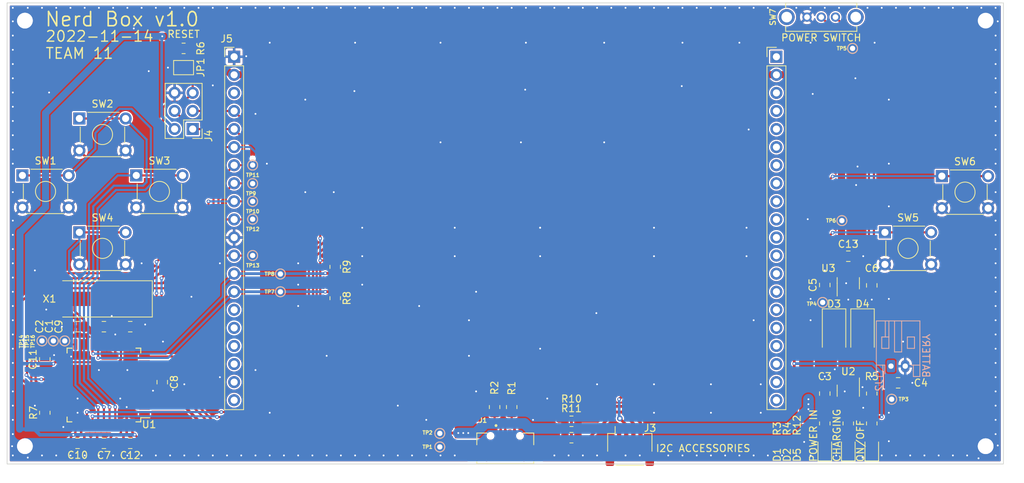
<source format=kicad_pcb>
(kicad_pcb (version 20211014) (generator pcbnew)
  (layers (0 "F.Cu" signal) (31 "B.Cu" signal) (34 "B.Paste" user) (35 "F.Paste" user) (36 "B.SilkS" user "B.Silkscreen") (37 "F.SilkS" user "F.Silkscreen") (38 "B.Mask" user) (39 "F.Mask" user) (44 "Edge.Cuts" user))
  (net 0 "")
  (net 1 "Net-(C1-Pad1)")
  (net 2 "GND")
  (net 3 "Net-(C2-Pad1)")
  (net 5 "VBUS")
  (net 6 "/RD-")
  (net 7 "/RD+")
  (net 8 "+BATT")
  (net 9 "Net-(C5-Pad1)")
  (net 10 "Net-(C6-Pad1)")
  (net 12 "Net-(C7-Pad1)")
  (net 13 "Net-(C8-Pad1)")
  (net 14 "Net-(D1-Pad2)")
  (net 15 "Net-(D5-Pad2)")
  (net 16 "Net-(D2-Pad1)")
  (net 17 "+3.3V")
  (net 18 "Net-(D2-Pad2)")
  (net 19 "/D-")
  (net 20 "/D+")
  (net 21 "Net-(U1-Pad20)")
  (net 22 "Net-(U1-Pad21)")
  (net 23 "Net-(U1-Pad22)")
  (net 27 "/SDA_OUT")
  (net 28 "/SCL_OUT")
  (net 29 "/3VO")
  (net 30 "/DISPLAY_CS")
  (net 33 "/DISPLAY_DC")
  (net 34 "/DISPLAY_RST")
  (net 35 "/MISO")
  (net 36 "/SCK")
  (net 37 "/MOSI")
  (net 38 "/~{RESET}")
  (net 39 "/DISPLAY_LITE")
  (net 40 "/DISPLAY_IRQ")
  (net 41 "/ON{slash}~{OFF}")
  (net 48 "Net-(R5-Pad2)")
  (net 49 "Net-(R7-Pad2)")
  (net 50 "/SCL")
  (net 51 "/SDA")
  (net 52 "Net-(SW1-Pad1)")
  (net 53 "Net-(SW2-Pad1)")
  (net 54 "Net-(SW3-Pad1)")
  (net 55 "Net-(SW4-Pad1)")
  (net 56 "Net-(SW5-Pad1)")
  (net 57 "Net-(SW6-Pad1)")
  (footprint "Resistor_SMD:R_0805_2012Metric" (layer "F.Cu") (at 150.6 113.2 -90)
    (fp_text reference "R2")
    (fp_text value "22")
  )
  (footprint "Package_TO_SOT_SMD:SOT-23-5" (layer "F.Cu") (at 200.3 95.8 90)
    (fp_text reference "U3")
    (fp_text value "MIC5219-3.3YM5")
  )
  (footprint "Testpoints:1X01" (layer "F.Cu") (at 200.9 62.8)
    (fp_text reference "TP5")
    (fp_text value "Test-Point")
  )
  (footprint "Testpoints:1X01" (layer "F.Cu") (at 116.6 79.2)
    (fp_text reference "TP11")
    (fp_text value "Test-Point")
  )
  (footprint "Package_TO_SOT_SMD:SOT-23-5" (layer "F.Cu") (at 200.3 110.9 -90)
    (fp_text reference "U2")
    (fp_text value "MCP73831-2-OT")
  )
  (footprint "LED_SMD:LED_0805_2012Metric" (layer "F.Cu") (at 200.3 119.1 90)
    (fp_text reference "D2")
    (fp_text value "Green")
  )
  (footprint "Connector_JST:JST_SH_SM04B-SRSS-TB_1x04-1MP_P1.00mm_Horizontal" (layer "F.Cu") (at 169.6 118.7)
    (fp_text reference "J3")
    (fp_text value "Conn_01x04")
  )
  (footprint "Capacitor_SMD:C_0805_2012Metric" (layer "F.Cu") (at 197 111.3 90)
    (fp_text reference "C3")
    (fp_text value "4.7u")
  )
  (footprint "Testpoints:1X01" (layer "F.Cu") (at 142.9 118.8)
    (fp_text reference "TP1")
    (fp_text value "Test-Point")
  )
  (footprint "Capacitor_SMD:C_0805_2012Metric" (layer "F.Cu") (at 99.4 118.3 180)
    (fp_text reference "C12")
    (fp_text value "100n")
  )
  (footprint "LED_SMD:LED_0805_2012Metric" (layer "F.Cu") (at 203.6 119.1 90)
    (fp_text reference "D5")
    (fp_text value "Green")
  )
  (footprint "MountingHole:MountingHole_2.2mm_M2" (layer "F.Cu") (at 84.6 58.9)
    (fp_text reference "REF**" hide)
    (fp_text value "MountingHole_2.2mm_M2" hide)
  )
  (footprint "Crystal:Crystal_SMD_HC49-SD" (layer "F.Cu") (at 95.8 98 180)
    (fp_text reference "X1")
    (fp_text value "16 MHz")
  )
  (footprint "Resistor_SMD:R_0805_2012Metric" (layer "F.Cu") (at 106.9 62.8 180)
    (fp_text reference "R6")
    (fp_text value "10k")
  )
  (footprint "Capacitor_SMD:C_0805_2012Metric" (layer "F.Cu") (at 197 96.05 90)
    (fp_text reference "C5")
    (fp_text value "4.7u")
  )
  (footprint "Resistor_SMD:R_0805_2012Metric" (layer "F.Cu") (at 161.4 117.5)
    (fp_text reference "R11")
    (fp_text value "0")
  )
  (footprint "Capacitor_SMD:C_0805_2012Metric" (layer "F.Cu") (at 200.3 92)
    (fp_text reference "C13")
    (fp_text value "4.7u")
  )
  (footprint "Testpoints:1X01" (layer "F.Cu") (at 116.6 84.3)
    (fp_text reference "TP10")
    (fp_text value "Test-Point")
  )
  (footprint "Resistor_SMD:R_0805_2012Metric" (layer "F.Cu") (at 128.2 97.9 -90)
    (fp_text reference "R8")
    (fp_text value "4.7k")
  )
  (footprint "SW-EG1213:SW_EG1213" (layer "F.Cu") (at 196.5 58.4)
    (fp_text reference "SW7")
    (fp_text value "SW_SPDT")
  )
  (footprint "Button_Switch_THT:SW_TH_Tactile_Omron_B3F-10xx" (layer "F.Cu") (at 84.25 80.65)
    (fp_text reference "SW1")
    (fp_text value "SW_Push")
  )
  (footprint "Diode_SMD:D_SMA" (layer "F.Cu") (at 198.3 102.8 -90)
    (fp_text reference "D3")
    (fp_text value "B340A")
  )
  (footprint "Testpoints:1X01" (layer "F.Cu") (at 142.9 116.9)
    (fp_text reference "TP2")
    (fp_text value "Test-Point")
  )
  (footprint "MountingHole:MountingHole_2.2mm_M2" (layer "F.Cu") (at 219.6 118.7)
    (fp_text reference "REF**" hide)
    (fp_text value "MountingHole_2.2mm_M2" hide)
  )
  (footprint "Testpoints:1X01" (layer "F.Cu") (at 90.2 103.9)
    (fp_text reference "TP16")
    (fp_text value "Test-Point")
  )
  (footprint "Connector_PinHeader_2.54mm:PinHeader_2x03_P2.54mm_Vertical" (layer "F.Cu") (at 108.175 74.125 180)
    (fp_text reference "J4")
    (fp_text value "ICSP")
  )
  (footprint "Capacitor_SMD:C_0805_2012Metric" (layer "F.Cu") (at 203.6 96.1 -90)
    (fp_text reference "C6")
    (fp_text value "470p")
  )
  (footprint "Capacitor_SMD:C_0805_2012Metric" (layer "F.Cu") (at 95.7 118.3 180)
    (fp_text reference "C7")
    (fp_text value "100n")
  )
  (footprint "Jumper:SolderJumper-2_P1.3mm_Open_Pad1.0x1.5mm" (layer "F.Cu") (at 106.9 65.5)
    (fp_text reference "JP1")
    (fp_text value "Jumper_2_Open")
  )
  (footprint "Testpoints:1X01" (layer "F.Cu") (at 88.6 103.9)
    (fp_text reference "TP15")
    (fp_text value "Test-Point")
  )
  (footprint "Capacitor_SMD:C_0805_2012Metric" (layer "F.Cu") (at 92 118.3)
    (fp_text reference "C10")
    (fp_text value "100n")
  )
  (footprint "Capacitor_SMD:C_0805_2012Metric" (layer "F.Cu") (at 87.4 106.5 90)
    (fp_text reference "C11")
    (fp_text value "100n")
  )
  (footprint "Resistor_SMD:R_0805_2012Metric" (layer "F.Cu") (at 161.4 115.2 180)
    (fp_text reference "R10")
    (fp_text value "0")
  )
  (footprint "Testpoints:1X01" (layer "F.Cu") (at 120.5 94.5)
    (fp_text reference "TP8")
    (fp_text value "Test-Point")
  )
  (footprint "Testpoints:1X01" (layer "F.Cu") (at 116.6 91.9)
    (fp_text reference "TP13")
    (fp_text value "Test-Point")
  )
  (footprint "Button_Switch_THT:SW_TH_Tactile_Omron_B3F-10xx" (layer "F.Cu") (at 92.25 72.65)
    (fp_text reference "SW2")
    (fp_text value "SW_Push")
  )
  (footprint "Testpoints:1X01" (layer "F.Cu") (at 87 103.9)
    (fp_text reference "TP14")
    (fp_text value "Test-Point")
  )
  (footprint "Capacitor_SMD:C_0805_2012Metric" (layer "F.Cu") (at 95.7 101.9)
    (fp_text reference "C1")
    (fp_text value "30p")
  )
  (footprint "Testpoints:1X01" (layer "F.Cu") (at 116.6 81.8)
    (fp_text reference "TP9")
    (fp_text value "Test-Point")
  )
  (footprint "Testpoints:1X01" (layer "F.Cu") (at 199.4 87)
    (fp_text reference "TP6")
    (fp_text value "Test-Point")
  )
  (footprint "MountingHole:MountingHole_2.2mm_M2" (layer "F.Cu") (at 219.6 58.9)
    (fp_text reference "REF**" hide)
    (fp_text value "MountingHole_2.2mm_M2" hide)
  )
  (footprint "Resistor_SMD:R_0805_2012Metric" (layer "F.Cu") (at 87.4 114 -90)
    (fp_text reference "R7")
    (fp_text value "10k")
  )
  (footprint "Button_Switch_THT:SW_TH_Tactile_Omron_B3F-10xx" (layer "F.Cu") (at 205.45 88.65)
    (fp_text reference "SW5")
    (fp_text value "SW_Push")
  )
  (footprint "Capacitor_SMD:C_0805_2012Metric" (layer "F.Cu") (at 103.9 109.7 -90)
    (fp_text reference "C8")
    (fp_text value "1u")
  )
  (footprint "Testpoints:1X01" (layer "F.Cu") (at 196.7 98.5)
    (fp_text reference "TP4")
    (fp_text value "Test-Point")
  )
  (footprint "Connector_PinHeader_2.54mm:PinHeader_1x20_P2.54mm_Vertical" (layer "F.Cu") (at 190.2 63.975)
    (fp_text reference "REF**" hide)
    (fp_text value "PinHeader_1x20_P2.54mm_Vertical" hide)
  )
  (footprint "Button_Switch_THT:SW_TH_Tactile_Omron_B3F-10xx" (layer "F.Cu") (at 213.45 80.75)
    (fp_text reference "SW6")
    (fp_text value "SW_Push")
  )
  (footprint "Resistor_SMD:R_0805_2012Metric" (layer "F.Cu") (at 203.6 115.5 -90)
    (fp_text reference "R12")
    (fp_text value "4.7k")
  )
  (footprint "Diode_SMD:D_SMA" (layer "F.Cu") (at 202.3 102.8 -90)
    (fp_text reference "D4")
    (fp_text value "B340A")
  )
  (footprint "Testpoints:1X01" (layer "F.Cu") (at 116.6 86.8)
    (fp_text reference "TP12")
    (fp_text value "Test-Point")
  )
  (footprint "Resistor_SMD:R_0805_2012Metric" (layer "F.Cu") (at 153 113.2 90)
    (fp_text reference "R1")
    (fp_text value "22")
  )
  (footprint "Capacitor_SMD:C_0805_2012Metric" (layer "F.Cu") (at 207.3 109.8)
    (fp_text reference "C4")
    (fp_text value "4.7u")
  )
  (footprint "USB-Conn:WE_629105136821" (layer "F.Cu") (at 152.1 119.7)
    (fp_text reference "J1")
    (fp_text value "USB_B_Micro")
  )
  (footprint "Testpoints:1X01" (layer "F.Cu") (at 206.4 112.1)
    (fp_text reference "TP3")
    (fp_text value "Test-Point")
  )
  (footprint "Button_Switch_THT:SW_TH_Tactile_Omron_B3F-10xx" (layer "F.Cu") (at 92.25 88.65)
    (fp_text reference "SW4")
    (fp_text value "SW_Push")
  )
  (footprint "Resistor_SMD:R_0805_2012Metric" (layer "F.Cu") (at 203.6 111.3 -90)
    (fp_text reference "R5")
    (fp_text value "10k")
  )
  (footprint "Resistor_SMD:R_0805_2012Metric" (layer "F.Cu") (at 128.2 93.5 90)
    (fp_text reference "R9")
    (fp_text value "4.7k")
  )
  (footprint "Testpoints:1X01" (layer "F.Cu") (at 120.5 97)
    (fp_text reference "TP7")
    (fp_text value "Test-Point")
  )
  (footprint "Resistor_SMD:R_0805_2012Metric" (layer "F.Cu") (at 200.3 115.5 -90)
    (fp_text reference "R4")
    (fp_text value "4.7k")
  )
  (footprint "Capacitor_SMD:C_0805_2012Metric" (layer "F.Cu") (at 92 101.9 180)
    (fp_text reference "C2")
    (fp_text value "30p")
  )
  (footprint "Connector_PinHeader_2.54mm:PinHeader_1x20_P2.54mm_Vertical" (layer "F.Cu") (at 114 63.975)
    (fp_text reference "J5")
    (fp_text value "Conn_01x20")
  )
  (footprint "Button_Switch_THT:SW_TH_Tactile_Omron_B3F-10xx" (layer "F.Cu") (at 100.25 80.65)
    (fp_text reference "SW3")
    (fp_text value "SW_Push")
  )
  (footprint "MountingHole:MountingHole_2.2mm_M2" (layer "F.Cu") (at 84.6 118.7)
    (fp_text reference "REF**" hide)
    (fp_text value "MountingHole_2.2mm_M2" hide)
  )
  (footprint "Package_QFP:TQFP-44_10x10mm_P0.8mm" (layer "F.Cu") (at 95.7 110.1 180)
    (fp_text reference "U1")
    (fp_text value "ATmega32U4-A")
  )
  (footprint "Resistor_SMD:R_0805_2012Metric" (layer "F.Cu") (at 197 115.5 -90)
    (fp_text reference "R3")
    (fp_text value "4.7k")
  )
  (footprint "LED_SMD:LED_0805_2012Metric" (layer "F.Cu") (at 197 119.1 90)
    (fp_text reference "D1")
    (fp_text value "Green")
  )
  (footprint "Capacitor_SMD:C_0805_2012Metric" (layer "F.Cu") (at 99.4 101.9)
    (fp_text reference "C9")
    (fp_text value "100n")
  )
  (footprint "Connector_JST:JST_PH_S2B-PH-K_1x02_P2.00mm_Horizontal" (layer "B.Cu") (at 206.3 107.45)
    (fp_text reference "J2")
    (fp_text value "LiPo battery")
  )
  (gr_rect (start 82.1 56.4) (end 222.1 121.2) (layer "Edge.Cuts") (width 0.1) (fill none))
  (gr_text "BATTERY" (at 211.2 106 -90) (layer "B.SilkS") (effects (font (size 1 1)) (justify mirror)))
  (gr_text "POWER IN" (at 195.4 121 90) (layer "F.SilkS") (effects (font (size 1 1)) (justify left)))
  (gr_text "RESET" (at 106.9 60.8) (layer "F.SilkS") (effects (font (size 1 1))))
  (gr_text "ON/OFF" (at 202 121 90) (layer "F.SilkS") (effects (font (size 1 1)) (justify left)))
  (gr_text "Nerd Box v1.0" (at 87.3 58.7) (layer "F.SilkS") (effects (font (size 2 2) (thickness 0.22)) (justify left)))
  (gr_text "CHARGING" (at 198.7 121 90) (layer "F.SilkS") (effects (font (size 1 1)) (justify left)))
  (gr_text "2022-11-14" (at 87.4 61.1) (layer "F.SilkS") (effects (font (size 1.5 1.5) (thickness 0.18)) (justify left)))
  (gr_text "TEAM 11" (at 87.4 63.5) (layer "F.SilkS") (effects (font (size 1.5 1.5) (thickness 0.18)) (justify left)))
  (gr_text "POWER SWITCH" (at 196.5 61.3) (layer "F.SilkS") (effects (font (size 1 1))))
  (gr_text "I2C ACCESSORIES" (at 179.9 119) (layer "F.SilkS") (effects (font (size 1 1))))
  (segment (start 96.1 102.998588) (end 95.7 102.598588) (width 0.3) (layer "F.Cu") (net 1))
  (segment (start 96.5 104.4) (end 96.5 103.4) (width 0.3) (layer "F.Cu") (net 1))
  (segment (start 96.5 103.4) (end 96.1 103) (width 0.3) (layer "F.Cu") (net 1))
  (segment (start 95.5 101.9) (end 94.75 101.9) (width 0.3) (layer "F.Cu") (net 1))
  (segment (start 96.1 103) (end 96.1 102.998588) (width 0.3) (layer "F.Cu") (net 1))
  (segment (start 95.7 102.598588) (end 95.7 102.1) (width 0.3) (layer "F.Cu") (net 1))
  (segment (start 94.75 99.95) (end 96.7 98) (width 0.3) (layer "F.Cu") (net 1))
  (segment (start 96.7 98) (end 100.05 98) (width 0.3) (layer "F.Cu") (net 1))
  (segment (start 94.75 101.9) (end 94.75 99.95) (width 0.3) (layer "F.Cu") (net 1))
  (segment (start 95.7 102.1) (end 95.5 101.9) (width 0.3) (layer "F.Cu") (net 1))
  (via (at 104 104) (size 0.508) (drill 0.254) (layers "F.Cu" "B.Cu") (net 2))
  (via (at 176.9 68.1) (size 0.508) (drill 0.254) (layers "F.Cu" "B.Cu") (net 2))
  (via (at 88.7 105.9) (size 0.508) (drill 0.254) (layers "F.Cu" "B.Cu") (net 2))
  (via (at 193 120) (size 0.508) (drill 0.254) (layers "F.Cu" "B.Cu") (net 2))
  (via (at 82.9 113) (size 0.508) (drill 0.254) (layers "F.Cu" "B.Cu") (net 2))
  (via (at 181 57.1) (size 0.508) (drill 0.254) (layers "F.Cu" "B.Cu") (net 2))
  (via (at 131 62) (size 0.508) (drill 0.254) (layers "F.Cu" "B.Cu") (net 2))
  (via (at 221 91) (size 0.508) (drill 0.254) (layers "F.Cu" "B.Cu") (net 2))
  (via (at 221.3 118.6) (size 0.508) (drill 0.254) (layers "F.Cu" "B.Cu") (net 2))
  (via (at 127 106) (size 0.508) (drill 0.254) (layers "F.Cu" "B.Cu") (net 2))
  (via (at 119 114) (size 0.508) (drill 0.254) (layers "F.Cu" "B.Cu") (net 2))
  (via (at 166 76) (size 0.508) (drill 0.254) (layers "F.Cu" "B.Cu") (net 2))
  (via (at 221 83) (size 0.508) (drill 0.254) (layers "F.Cu" "B.Cu") (net 2))
  (via (at 104.7 65.5) (size 0.508) (drill 0.254) (layers "F.Cu" "B.Cu") (net 2))
  (via (at 187 120) (size 0.508) (drill 0.254) (layers "F.Cu" "B.Cu") (net 2))
  (via (at 129 120) (size 0.508) (drill 0.254) (layers "F.Cu" "B.Cu") (net 2))
  (via (at 221 69) (size 0.508) (drill 0.254) (layers "F.Cu" "B.Cu") (net 2))
  (via (at 107 57.1) (size 0.508) (drill 0.254) (layers "F.Cu" "B.Cu") (net 2))
  (via (at 82.9 61) (size 0.508) (drill 0.254) (layers "F.Cu" "B.Cu") (net 2))
  (via (at 165 120) (size 0.508) (drill 0.254) (layers "F.Cu" "B.Cu") (net 2))
  (via (at 141 120) (size 0.508) (drill 0.254) (layers "F.Cu" "B.Cu") (net 2))
  (via (at 155 57.1) (size 0.508) (drill 0.254) (layers "F.Cu" "B.Cu") (net 2))
  (via (at 99 120) (size 0.508) (drill 0.254) (layers "F.Cu" "B.Cu") (net 2))
  (via (at 103 57.1) (size 0.508) (drill 0.254) (layers "F.Cu" "B.Cu") (net 2))
  (via (at 206 70) (size 0.508) (drill 0.254) (layers "F.Cu" "B.Cu") (net 2))
  (via (at 173 92) (size 0.508) (drill 0.254) (layers "F.Cu" "B.Cu") (net 2))
  (via (at 221 57.1) (size 0.508) (drill 0.254) (layers "F.Cu" "B.Cu") (net 2))
  (via (at 221 73) (size 0.508) (drill 0.254) (layers "F.Cu" "B.Cu") (net 2))
  (via (at 181 114) (size 0.508) (drill 0.254) (layers "F.Cu" "B.Cu") (net 2))
  (via (at 200.3 98.1) (size 0.508) (drill 0.254) (layers "F.Cu" "B.Cu") (net 2))
  (via (at 185 62) (size 0.508) (drill 0.254) (layers "F.Cu" "B.Cu") (net 2))
  (via (at 101 57.1) (size 0.508) (drill 0.254) (layers "F.Cu" "B.Cu") (net 2))
  (via (at 221 71) (size 0.508) (drill 0.254) (layers "F.Cu" "B.Cu") (net 2))
  (via (at 82.9 73) (size 0.508) (drill 0.254) (layers "F.Cu" "B.Cu") (net 2))
  (via (at 179 120) (size 0.508) (drill 0.254) (layers "F.Cu" "B.Cu") (net 2))
  (via (at 215 57.1) (size 0.508) (drill 0.254) (layers "F.Cu" "B.Cu") (net 2))
  (via (at 82.9 65) (size 0.508) (drill 0.254) (layers "F.Cu" "B.Cu") (net 2))
  (via (at 221 120) (size 0.508) (drill 0.254) (layers "F.Cu" "B.Cu") (net 2))
  (via (at 82.9 115) (size 0.508) (drill 0.254) (layers "F.Cu" "B.Cu") (net 2))
  (via (at 221 115) (size 0.508) (drill 0.254) (layers "F.Cu" "B.Cu") (net 2))
  (via (at 95 57.1) (size 0.508) (drill 0.254) (layers "F.Cu" "B.Cu") (net 2))
  (via (at 221 113) (size 0.508) (drill 0.254) (layers "F.Cu" "B.Cu") (net 2))
  (via (at 82.9 69) (size 0.508) (drill 0.254) (layers "F.Cu" "B.Cu") (net 2))
  (via (at 140 99) (size 0.508) (drill 0.254) (layers "F.Cu" "B.Cu") (net 2))
  (via (at 163 120) (size 0.508) (drill 0.254) (layers "F.Cu" "B.Cu") (net 2))
  (via (at 125 57.1) (size 0.508) (drill 0.254) (layers "F.Cu" "B.Cu") (net 2))
  (via (at 157 92) (size 0.508) (drill 0.254) (layers "F.Cu" "B.Cu") (net 2))
  (via (at 91 57.1) (size 0.508) (drill 0.254) (layers "F.Cu" "B.Cu") (net 2))
  (via (at 145 92) (size 0.508) (drill 0.254) (layers "F.Cu" "B.Cu") (net 2))
  (via (at 105 57.1) (size 0.508) (drill 0.254) (layers "F.Cu" "B.Cu") (net 2))
  (via (at 102 66) (size 0.508) (drill 0.254) (layers "F.Cu" "B.Cu") (net 2))
  (via (at 96.8 100.4) (size 0.508) (drill 0.254) (layers "F.Cu" "B.Cu") (net 2))
  (via (at 131 120) (size 0.508) (drill 0.254) (layers "F.Cu" "B.Cu") (net 2))
  (via (at 177 57.1) (size 0.508) (drill 0.254) (layers "F.Cu" "B.Cu") (net 2))
  (via (at 87 57.1) (size 0.508) (drill 0.254) (layers "F.Cu" "B.Cu") (net 2))
  (via (at 165 110) (size 0.508) (drill 0.254) (layers "F.Cu" "B.Cu") (net 2))
  (via (at 206 85) (size 0.508) (drill 0.254) (layers "F.Cu" "B.Cu") (net 2))
  (via (at 195 98) (size 0.508) (drill 0.254) (layers "F.Cu" "B.Cu") (net 2))
  (via (at 117 108) (size 0.508) (drill 0.254) (layers "F.Cu" "B.Cu") (net 2))
  (via (at 82.9 83) (size 0.508) (drill 0.254) (layers "F.Cu" "B.Cu") (net 2))
  (via (at 115 120) (size 0.508) (drill 0.254) (layers "F.Cu" "B.Cu") (net 2))
  (via (at 221 75) (size 0.508) (drill 0.254) (layers "F.Cu" "B.Cu") (net 2))
  (via (at 131 57.1) (size 0.508) (drill 0.254) (layers "F.Cu" "B.Cu") (net 2))
  (via (at 211 57.1) (size 0.508) (drill 0.254) (layers "F.Cu" "B.Cu") (net 2))
  (via (at 82.9 77) (size 0.508) (drill 0.254) (layers "F.Cu" "B.Cu") (net 2))
  (via (at 157 57.1) (size 0.508) (drill 0.254) (layers "F.Cu" "B.Cu") (net 2))
  (via (at 154.3 76) (size 0.508) (drill 0.254) (layers "F.Cu" "B.Cu") (net 2))
  (via (at 205 120) (size 0.508) (drill 0.254) (layers "F.Cu" "B.Cu") (net 2))
  (via (at 143 57.1) (size 0.508) (drill 0.254) (layers "F.Cu" "B.Cu") (net 2))
  (via (at 115.7 63.9) (size 0.508) (drill 0.254) (layers "F.Cu" "B.Cu") (net 2))
  (via (at 127 120) (size 0.508) (drill 0.254) (layers "F.Cu" "B.Cu") (net 2))
  (via (at 221 103) (size 0.508) (drill 0.254) (layers "F.Cu" "B.Cu") (net 2))
  (via (at 143 76) (size 0.508) (drill 0.254) (layers "F.Cu" "B.Cu") (net 2))
  (via (at 206 79) (size 0.508) (drill 0.254) (layers "F.Cu" "B.Cu") (net 2))
  (via (at 203.6 108.9) (size 0.508) (drill 0.254) (layers "F.Cu" "B.Cu") (net 2))
  (via (at 200 95.8) (size 0.508) (drill 0.254) (layers "F.Cu" "B.Cu") (net 2))
  (via (at 221 117) (size 0.508) (drill 0.254) (layers "F.Cu" "B.Cu") (net 2))
  (via (at 113 120) (size 0.508) (drill 0.254) (layers "F.Cu" "B.Cu") (net 2))
  (via (at 82.9 57.1) (size 0.508) (drill 0.254) (layers "F.Cu" "B.Cu") (net 2))
  (via (at 105.4 110.8) (size 0.508) (drill 0.254) (layers "F.Cu" "B.Cu") (net 2))
  (via (at 221 67) (size 0.508) (drill 0.254) (layers "F.Cu" "B.Cu") (net 2))
  (via (at 185 120) (size 0.508) (drill 0.254) (layers "F.Cu" "B.Cu") (net 2))
  (via (at 91 120) (size 0.508) (drill 0.254) (layers "F.Cu" "B.Cu") (net 2))
  (via (at 145 120) (size 0.508) (drill 0.254) (layers "F.Cu" "B.Cu") (net 2))
  (via (at 93 57.1) (size 0.508) (drill 0.254) (layers "F.Cu" "B.Cu") (net 2))
  (via (at 139 57.1) (size 0.508) (drill 0.254) (layers "F.Cu" "B.Cu") (net 2))
  (via (at 82.9 111) (size 0.508) (drill 0.254) (layers "F.Cu" "B.Cu") (net 2))
  (via (at 215 120) (size 0.508) (drill 0.254) (layers "F.Cu" "B.Cu") (net 2))
  (via (at 98.9 113.2) (size 0.508) (drill 0.254) (layers "F.Cu" "B.Cu") (net 2))
  (via (at 132 96) (size 0.508) (drill 0.254) (layers "F.Cu" "B.Cu") (net 2))
  (via (at 187 57.1) (size 0.508) (drill 0.254) (layers "F.Cu" "B.Cu") (net 2))
  (via (at 135 57.1) (size 0.508) (drill 0.254) (layers "F.Cu" "B.Cu") (net 2))
  (via (at 82.9 89) (size 0.508) (drill 0.254) (layers "F.Cu" "B.Cu") (net 2))
  (via (at 206 118) (size 0.508) (drill 0.254) (layers "F.Cu" "B.Cu") (net 2))
  (via (at 107 110) (size 0.508) (drill 0.254) (layers "F.Cu" "B.Cu") (net 2))
  (via (at 112 93) (size 0.508) (drill 0.254) (layers "F.Cu" "B.Cu") (net 2))
  (via (at 197 57.1) (size 0.508) (drill 0.254) (layers "F.Cu" "B.Cu") (net 2))
  (via (at 209.3 109.8) (size 0.508) (drill 0.254) (layers "F.Cu" "B.Cu") (net 2))
  (via (at 105 120) (size 0.508) (drill 0.254) (layers "F.Cu" "B.Cu") (net 2))
  (via (at 101 93) (size 0.508) (drill 0.254) (layers "F.Cu" "B.Cu") (net 2))
  (via (at 133 57.1) (size 0.508) (drill 0.254) (layers "F.Cu" "B.Cu") (net 2))
  (via (at 148 97) (size 0.508) (drill 0.254) (layers "F.Cu" "B.Cu") (net 2))
  (via (at 175 120) (size 0.508) (drill 0.254) (layers "F.Cu" "B.Cu") (net 2))
  (via (at 82.9 71) (size 0.508) (drill 0.254) (layers "F.Cu" "B.Cu") (net 2))
  (via (at 87 120) (size 0.508) (drill 0.254) (layers "F.Cu" "B.Cu") (net 2))
  (via (at 117 72) (size 0.508) (drill 0.254) (layers "F.Cu" "B.Cu") (net 2))
  (via (at 217 57.1) (size 0.508) (drill 0.254) (layers "F.Cu" "B.Cu") (net 2))
  (via (at 181 120) (size 0.508) (drill 0.254) (layers "F.Cu" "B.Cu") (net 2))
  (via (at 101 120) (size 0.508) (drill 0.254) (layers "F.Cu" "B.Cu") (net 2))
  (via (at 181 110) (size 0.508) (drill 0.254) (layers "F.Cu" "B.Cu") (net 2))
  (via (at 171 57.1) (size 0.508) (drill 0.254) (layers "F.Cu" "B.Cu") (net 2))
  (via (at 175 57.1) (size 0.508) (drill 0.254) (layers "F.Cu" "B.Cu") (net 2))
  (via (at 191 120) (size 0.508) (drill 0.254) (layers "F.Cu" "B.Cu") (net 2))
  (via (at 197 108.9) (size 0.508) (drill 0.254) (layers "F.Cu" "B.Cu") (net 2))
  (via (at 199 57.1) (size 0.508) (drill 0.254) (layers "F.Cu" "B.Cu") (net 2))
  (via (at 132 88) (size 0.508) (drill 0.254) (layers "F.Cu" "B.Cu") (net 2))
  (via (at 221 109) (size 0.508) (drill 0.254) (layers "F.Cu" "B.Cu") (net 2))
  (via (at 135 120) (size 0.508) (drill 0.254) (layers "F.Cu" "B.Cu") (net 2))
  (via (at 157 105) (size 0.508) (drill 0.254) (layers "F.Cu" "B.Cu") (net 2))
  (via (at 82.9 67) (size 0.508) (drill 0.254) (layers "F.Cu" "B.Cu") (net 2))
  (via (at 187 101) (size 0.508) (drill 0.254) (layers "F.Cu" "B.Cu") (net 2))
  (via (at 217 120) (size 0.508) (drill 0.254) (layers "F.Cu" "B.Cu") (net 2))
  (via (at 201.3 67) (size 0.508) (drill 0.254) (layers "F.Cu" "B.Cu") (net 2))
  (via (at 166 62) (size 0.508) (drill 0.254) (layers "F.Cu" "B.Cu") (net 2))
  (via (at 119 62) (size 0.508) (drill 0.254) (layers "F.Cu" "B.Cu") (net 2))
  (via (at 82.9 63) (size 0.508) (drill 0.254) (layers "F.Cu" "B.Cu") (net 2))
  (via (at 113 57.1) (size 0.508) (drill 0.254) (layers "F.Cu" "B.Cu") (net 2))
  (via (at 123 57.1) (size 0.508) (drill 0.254) (layers "F.Cu" "B.Cu") (net 2))
  (via (at 82.9 101) (size 0.508) (drill 0.254) (layers "F.Cu" "B.Cu") (net 2))
  (via (at 127 57.1) (size 0.508) (drill 0.254) (layers "F.Cu" "B.Cu") (net 2))
  (via (at 147 57.1) (size 0.508) (drill 0.254) (layers "F.Cu" "B.Cu") (net 2))
  (via (at 186 88) (size 0.508) (drill 0.254) (layers "F.Cu" "B.Cu") (net 2))
  (via (at 183 120) (size 0.508) (drill 0.254) (layers "F.Cu" "B.Cu") (net 2))
  (via (at 82.9 107) (size 0.508) (drill 0.254) (layers "F.Cu" "B.Cu") (net 2))
  (via (at 137 120) (size 0.508) (drill 0.254) (layers "F.Cu" "B.Cu") (net 2))
  (via (at 109 120) (size 0.508) (drill 0.254) (layers "F.Cu" "B.Cu") (net 2))
  (via (at 221 63) (size 0.508) (drill 0.254) (layers "F.Cu" "B.Cu") (net 2))
  (via (at 157 88) (size 0.508) (drill 0.254) (layers "F.Cu" "B.Cu") (net 2))
  (via (at 156 115) (size 0.508) (drill 0.254) (layers "F.Cu" "B.Cu") (net 2))
  (via (at 141 115) (size 0.508) (drill 0.254) (layers "F.Cu" "B.Cu") (net 2))
  (via (at 203 57.1) (size 0.508) (drill 0.254) (layers "F.Cu" "B.Cu") (net 2))
  (via (at 221 97) (size 0.508) (drill 0.254) (layers "F.Cu" "B.Cu") (net 2))
  (via (at 186 92) (size 0.508) (drill 0.254) (layers "F.Cu" "B.Cu") (net 2))
  (via (at 82.9 91) (size 0.508) (drill 0.254) (layers "F.Cu" "B.Cu") (net 2))
  (via (at 139 120) (size 0.508) (drill 0.254) (layers "F.Cu" "B.Cu") (net 2))
  (via (at 221 111) (size 0.508) (drill 0.254) (layers "F.Cu" "B.Cu") (net 2))
  (via (at 145 57.1) (size 0.508) (drill 0.254) (layers "F.Cu" "B.Cu") (net 2))
  (via (at 82.9 103) (size 0.508) (drill 0.254) (layers "F.Cu" "B.Cu") (net 2))
  (via (at 161 57.1) (size 0.508) (drill 0.254) (layers "F.Cu" "B.Cu") (net 2))
  (via (at 147 101) (size 0.508) (drill 0.254) (layers "F.Cu" "B.Cu") (net 2))
  (via (at 121 120) (size 0.508) (drill 0.254) (layers "F.Cu" "B.Cu") (net 2))
  (via (at 173 110) (size 0.508) (drill 0.254) (layers "F.Cu" "B.Cu") (net 2))
  (via (at 124 83) (size 0.508) (drill 0.254) (layers "F.Cu" "B.Cu") (net 2))
  (via (at 169 120) (size 0.508) (drill 0.254) (layers "F.Cu" "B.Cu") (net 2))
  (via (at 159 57.1) (size 0.508) (drill 0.254) (layers "F.Cu" "B.Cu") (net 2))
  (via (at 206 98) (size 0.508) (drill 0.254) (layers "F.Cu" "B.Cu") (net 2))
  (via (at 155 62) (size 0.508) (drill 0.254) (layers "F.Cu" "B.Cu") (net 2))
  (via (at 173 88) (size 0.508) (drill 0.254) (layers "F.Cu" "B.Cu") (net 2))
  (via (at 205 57.1) (size 0.508) (drill 0.254) (layers "F.Cu" "B.Cu") (net 2))
  (via (at 95 108) (size 0.508) (drill 0.254) (layers "F.Cu" "B.Cu") (net 2))
  (via (at 99 108) (size 0.508) (drill 0.254) (layers "F.Cu" "B.Cu") (net 2))
  (via (at 207 120) (size 0.508) (drill 0.254) (layers "F.Cu" "B.Cu") (net 2))
  (via (at 82.9 79) (size 0.508) (drill 0.254) (layers "F.Cu" "B.Cu") (net 2))
  (via (at 148 111) (size 0.508) (drill 0.254) (layers "F.Cu" "B.Cu") (net 2))
  (via (at 82.9 117) (size 0.508) (drill 0.254) (layers "F.Cu" "B.Cu") (net 2))
  (via (at 161 120) (size 0.508) (drill 0.254) (layers "F.Cu" "B.Cu") (net 2))
  (via (at 117 120) (size 0.508) (drill 0.254) (layers "F.Cu" "B.Cu") (net 2))
  (via (at 165 57.1) (size 0.508) (drill 0.254) (layers "F.Cu" "B.Cu") (net 2))
  (via (at 164.9 100) (size 0.508) (drill 0.254) (layers "F.Cu" "B.Cu") (net 2))
  (via (at 195.3 69.2) (size 0.508) (drill 0.254) (layers "F.Cu" "B.Cu") (net 2))
  (via (at 221 79) (size 0.508) (drill 0.254) (layers "F.Cu" "B.Cu") (net 2))
  (via (at 167 57.1) (size 0.508) (drill 0.254) (layers "F.Cu" "B.Cu") (net 2))
  (via (at 125 120) (size 0.508) (drill 0.254) (layers "F.Cu" "B.Cu") (net 2))
  (via (at 115 57.1) (size 0.508) (drill 0.254) (layers "F.Cu" "B.Cu") (net 2))
  (via (at 123 96) (size 0.508) (drill 0.254) (layers "F.Cu" "B.Cu") (net 2))
  (via (at 204 62) (size 0.508) (drill 0.254) (layers "F.Cu" "B.Cu") (net 2))
  (via (at 188 114) (size 0.508) (drill 0.254) (layers "F.Cu" "B.Cu") (net 2))
  (via (at 189 57.1) (size 0.508) (drill 0.254) (layers "F.Cu" "B.Cu") (net 2))
  (via (at 157 88) (size 0.508) (drill 0.254) (layers "F.Cu" "B.Cu") (net 2))
  (via (at 92 112) (size 0.508) (drill 0.254) (layers "F.Cu" "B.Cu") (net 2))
  (via (at 111 68) (size 0.508) (drill 0.254) (layers "F.Cu" "B.Cu") (net 2))
  (via (at 98 112) (size 0.508) (drill 0.254) (layers "F.Cu" "B.Cu") (net 2))
  (via (at 130.9 68.8) (size 0.508) (drill 0.254) (layers "F.Cu" "B.Cu") (net 2))
  (via (at 103 120) (size 0.508) (drill 0.254) (layers "F.Cu" "B.Cu") (net 2))
  (via (at 221 101) (size 0.508) (drill 0.254) (layers "F.Cu" "B.Cu") (net 2))
  (via (at 102.6 110.9) (size 0.508) (drill 0.254) (layers "F.Cu" "B.Cu") (net 2))
  (via (at 86 113) (size 0.508) (drill 0.254) (layers "F.Cu" "B.Cu") (net 2))
  (via (at 82.9 93) (size 0.508) (drill 0.254) (layers "F.Cu" "B.Cu") (net 2))
  (via (at 129 57.1) (size 0.508) (drill 0.254) (layers "F.Cu" "B.Cu") (net 2))
  (via (at 202.3 110.4) (size 0.508) (drill 0.254) (layers "F.Cu" "B.Cu") (net 2))
  (via (at 189 120) (size 0.508) (drill 0.254) (layers "F.Cu" "B.Cu") (net 2))
  (via (at 89 120) (size 0.508) (drill 0.254) (layers "F.Cu" "B.Cu") (net 2))
  (via (at 137 57.1) (size 0.508) (drill 0.254) (layers "F.Cu" "B.Cu") (net 2))
  (via (at 169 57.1) (size 0.508) (drill 0.254) (layers "F.Cu" "B.Cu") (net 2))
  (via (at 123 99) (size 0.508) (drill 0.254) (layers "F.Cu" "B.Cu") (net 2))
  (via (at 89 57.1) (size 0.508) (drill 0.254) (layers "F.Cu" "B.Cu") (net 2))
  (via (at 101.5 101.6) (size 0.508) (drill 0.254) (layers "F.Cu" "B.Cu") (net 2))
  (via (at 119 120) (size 0.508) (drill 0.254) (layers "F.Cu" "B.Cu") (net 2))
  (via (at 86 94) (size 0.508) (drill 0.254) (layers "F.Cu" "B.Cu") (net 2))
  (via (at 221 65) (size 0.508) (drill 0.254) (layers "F.Cu" "B.Cu") (net 2))
  (via (at 179 57.1) (size 0.508) (drill 0.254) (layers "F.Cu" "B.Cu") (net 2))
  (via (at 89.8 101.9) (size 0.508) (drill 0.254) (layers "F.Cu" "B.Cu") (net 2))
  (via (at 186.3 74.2) (size 0.508) (drill 0.254) (layers "F.Cu" "B.Cu") (net 2))
  (via (at 203.6 98.1) (size 0.508) (drill 0.254) (layers "F.Cu" "B.Cu") (net 2))
  (via (at 202.3 120.3) (size 0.508) (drill 0.254) (layers "F.Cu" "B.Cu") (net 2))
  (via (at 194.1 118.1) (size 0.508) (drill 0.254) (layers "F.Cu" "B.Cu") (net 2))
  (via (at 221 77) (size 0.508) (drill 0.254) (layers "F.Cu" "B.Cu") (net 2))
  (via (at 202.4 113.3) (size 0.508) (drill 0.254) (layers "F.Cu" "B.Cu") (net 2))
  (via (at 82.9 105) (size 0.508) (drill 0.254) (layers "F.Cu" "B.Cu") (net 2))
  (via (at 194.6 86.8) (size 0.508) (drill 0.254) (layers "F.Cu" "B.Cu") (net 2))
  (via (at 208 104) (size 0.508) (drill 0.254) (layers "F.Cu" "B.Cu") (net 2))
  (via (at 206 114) (size 0.508) (drill 0.254) (layers "F.Cu" "B.Cu") (net 2))
  (via (at 202.4 92) (size 0.508) (drill 0.254) (layers "F.Cu" "B.Cu") (net 2))
  (via (at 197 94) (size 0.508) (drill 0.254) (layers "F.Cu" "B.Cu") (net 2))
  (via (at 221 105) (size 0.508) (drill 0.254) (layers "F.Cu" "B.Cu") (net 2))
  (via (at 213 120) (size 0.508) (drill 0.254) (layers "F.Cu" "B.Cu") (net 2))
  (via (at 82.9 59) (size 0.508) (drill 0.254) (layers "F.Cu" "B.Cu") (net 2))
  (via (at 117 57.1) (size 0.508) (drill 0.254) (layers "F.Cu" "B.Cu") (net 2))
  (via (at 221 93) (size 0.508) (drill 0.254) (layers "F.Cu" "B.Cu") (net 2))
  (via (at 82.9 120) (size 0.508) (drill 0.254) (layers "F.Cu" "B.Cu") (net 2))
  (via (at 82.9 95) (size 0.508) (drill 0.254) (layers "F.Cu" "B.Cu") (net 2))
  (via (at 143 120) (size 0.508) (drill 0.254) (layers "F.Cu" "B.Cu") (net 2))
  (via (at 123 120) (size 0.508) (drill 0.254) (layers "F.Cu" "B.Cu") (net 2))
  (via (at 92 114) (size 0.508) (drill 0.254) (layers "F.Cu" "B.Cu") (net 2))
  (via (at 188 110) (size 0.508) (drill 0.254) (layers "F.Cu" "B.Cu") (net 2))
  (via (at 185 57.1) (size 0.508) (drill 0.254) (layers "F.Cu" "B.Cu") (net 2))
  (via (at 195 57.1) (size 0.508) (drill 0.254) (layers "F.Cu" "B.Cu") (net 2))
  (via (at 85 57.1) (size 0.508) (drill 0.254) (layers "F.Cu" "B.Cu") (net 2))
  (via (at 171 120) (size 0.508) (drill 0.254) (layers "F.Cu" "B.Cu") (net 2))
  (via (at 121 57.1) (size 0.508) (drill 0.254) (layers "F.Cu" "B.Cu") (net 2))
  (via (at 82.9 109) (size 0.508) (drill 0.254) (layers "F.Cu" "B.Cu") (net 2))
  (via (at 107 120) (size 0.508) (drill 0.254) (layers "F.Cu" "B.Cu") (net 2))
  (via (at 132 92) (size 0.508) (drill 0.254) (layers "F.Cu" "B.Cu") (net 2))
  (via (at 195 120) (size 0.508) (drill 0.254) (layers "F.Cu" "B.Cu") (net 2))
  (via (at 149 57.1) (size 0.508) (drill 0.254) (layers "F.Cu" "B.Cu") (net 2))
  (via (at 97 57.1) (size 0.508) (drill 0.254) (layers "F.Cu" "B.Cu") (net 2))
  (via (at 201.6 79.4) (size 0.508) (drill 0.254) (layers "F.Cu" "B.Cu") (net 2))
  (via (at 151 57.1) (size 0.508) (drill 0.254) (layers "F.Cu" "B.Cu") (net 2))
  (via (at 195 62) (size 0.508) (drill 0.254) (layers "F.Cu" "B.Cu") (net 2))
  (via (at 85 120.3) (size 0.508) (drill 0.254) (layers "F.Cu" "B.Cu") (net 2))
  (via (at 221 107) (size 0.508) (drill 0.254) (layers "F.Cu" "B.Cu") (net 2))
  (via (at 183 57.1) (size 0.508) (drill 0.254) (layers "F.Cu" "B.Cu") (net 2))
  (via (at 198.6 120) (size 0.508) (drill 0.254) (layers "F.Cu" "B.Cu") (net 2))
  (via (at 82.8 118.7) (size 0.508) (drill 0.254) (layers "F.Cu" "B.Cu") (net 2))
  (via (at 221 89) (size 0.508) (drill 0.254) (layers "F.Cu" "B.Cu") (net 2))
  (via (at 207 57.1) (size 0.508) (drill 0.254) (layers "F.Cu" "B.Cu") (net 2))
  (via (at 128 83) (size 0.508) (drill 0.254) (layers "F.Cu" "B.Cu") (net 2))
  (via (at 221 61) (size 0.508) (drill 0.254) (layers "F.Cu" "B.Cu") (net 2))
  (via (at 141 57.1) (size 0.508) (drill 0.254) (layers "F.Cu" "B.Cu") (net 2))
  (via (at 111 57.1) (size 0.508) (drill 0.254) (layers "F.Cu" "B.Cu") (net 2))
  (via (at 119 57.1) (size 0.508) (drill 0.254) (layers "F.Cu" "B.Cu") (net 2))
  (via (at 198.4 107.9) (size 0.508) (drill 0.254) (layers "F.Cu" "B.Cu") (net 2))
  (via (at 82.9 99) (size 0.508) (drill 0.254) (layers "F.Cu" "B.Cu") (net 2))
  (via (at 173 57.1) (size 0.508) (drill 0.254) (layers "F.Cu" "B.Cu") (net 2))
  (via (at 153 57.1) (size 0.508) (drill 0.254) (layers "F.Cu" "B.Cu") (net 2))
  (via (at 209 57.1) (size 0.508) (drill 0.254) (layers "F.Cu" "B.Cu") (net 2))
  (via (at 93 120) (size 0.508) (drill 0.254) (layers "F.Cu" "B.Cu") (net 2))
  (via (at 99 57.1) (size 0.508) (drill 0.254) (layers "F.Cu" "B.Cu") (net 2))
  (via (at 221.3 59) (size 0.508) (drill 0.254) (layers "F.Cu" "B.Cu") (net 2))
  (via (at 143 62) (size 0.508) (drill 0.254) (layers "F.Cu" "B.Cu") (net 2))
  (via (at 97.3 103) (size 0.508) (drill 0.254) (layers "F.Cu" "B.Cu") (net 2))
  (via (at 123 93) (size 0.508) (drill 0.254) (layers "F.Cu" "B.Cu") (net 2))
  (via (at 159 120) (size 0.508) (drill 0.254) (layers "F.Cu" "B.Cu") (net 2))
  (via (at 158 112) (size 0.508) (drill 0.254) (layers "F.Cu" "B.Cu") (net 2))
  (via (at 95 120) (size 0.508) (drill 0.254) (layers "F.Cu" "B.Cu") (net 2))
  (via (at 88 69) (size 0.508) (drill 0.254) (layers "F.Cu" "B.Cu") (net 2))
  (via (at 137 113) (size 0.508) (drill 0.254) (layers "F.Cu" "B.Cu") (net 2))
  (via (at 112 109) (size 0.508) (drill 0.254) (layers "F.Cu" "B.Cu") (net 2))
  (via (at 221 95) (size 0.508) (drill 0.254) (layers "F.Cu" "B.Cu") (net 2))
  (via (at 218.6 120.4) (size 0.508) (drill 0.254) (layers "F.Cu" "B.Cu") (net 2))
  (via (at 82.9 97) (size 0.508) (drill 0.254) (layers "F.Cu" "B.Cu") (net 2))
  (via (at 211 120) (size 0.508) (drill 0.254) (layers "F.Cu" "B.Cu") (net 2))
  (via (at 213 57.1) (size 0.508) (drill 0.254) (layers "F.Cu" "B.Cu") (net 2))
  (via (at 108 97.7) (size 0.508) (drill 0.254) (layers "F.Cu" "B.Cu") (net 2))
  (via (at 173 114) (size 0.508) (drill 0.254) (layers "F.Cu" "B.Cu") (net 2))
  (via (at 195 101) (size 0.508) (drill 0.254) (layers "F.Cu" "B.Cu") (net 2))
  (via (at 201.4 82) (size 0.508) (drill 0.254) (layers "F.Cu" "B.Cu") (net 2))
  (via (at 177 120) (size 0.508) (drill 0.254) (layers "F.Cu" "B.Cu") (net 2))
  (via (at 193 57.1) (size 0.508) (drill 0.254) (layers "F.Cu" "B.Cu") (net 2))
  (via (at 209 120) (size 0.508) (drill 0.254) (layers "F.Cu" "B.Cu") (net 2))
  (via (at 91.1 106.1) (size 0.508) (drill 0.254) (layers "F.Cu" "B.Cu") (net 2))
  (via (at 97 120) (size 0.508) (drill 0.254) (layers "F.Cu" "B.Cu") (net 2))
  (via (at 111 120) (size 0.508) (drill 0.254) (layers "F.Cu" "B.Cu") (net 2))
  (via (at 219 57.1) (size 0.508) (drill 0.254) (layers "F.Cu" "B.Cu") (net 2))
  (via (at 82.9 75) (size 0.508) (drill 0.254) (layers "F.Cu" "B.Cu") (net 2))
  (via (at 163 57.1) (size 0.508) (drill 0.254) (layers "F.Cu" "B.Cu") (net 2))
  (via (at 109 57.1) (size 0.508) (drill 0.254) (layers "F.Cu" "B.Cu") (net 2))
  (via (at 221 99) (size 0.508) (drill 0.254) (layers "F.Cu" "B.Cu") (net 2))
  (via (at 99.9 60) (size 0.508) (drill 0.254) (layers "F.Cu" "B.Cu") (net 2))
  (via (at 87.6 99.5) (size 0.508) (drill 0.254) (layers "F.Cu" "B.Cu") (net 2))
  (via (at 154.9 68.6) (size 0.508) (drill 0.254) (layers "F.Cu" "B.Cu") (net 2))
  (via (at 90 116) (size 0.508) (drill 0.254) (layers "F.Cu" "B.Cu") (net 2))
  (via (at 82.9 87) (size 0.508) (drill 0.254) (layers "F.Cu" "B.Cu") (net 2))
  (via (at 199.8 111) (size 0.508) (drill 0.254) (layers "F.Cu" "B.Cu") (net 2))
  (via (at 145 88) (size 0.508) (drill 0.254) (layers "F.Cu" "B.Cu") (net 2))
  (via (at 124 70) (size 0.508) (drill 0.254) (layers "F.Cu" "B.Cu") (net 2))
  (via (at 147 106) (size 0.508) (drill 0.254) (layers "F.Cu" "B.Cu") (net 2))
  (via (at 177 62) (size 0.508) (drill 0.254) (layers "F.Cu" "B.Cu") (net 2))
  (via (at 201.4 90) (size 0.508) (drill 0.254) (layers "F.Cu" "B.Cu") (net 2))
  (via (at 133 120) (size 0.508) (drill 0.254) (layers "F.Cu" "B.Cu") (net 2))
  (via (at 221 87) (size 0.508) (drill 0.254) (layers "F.Cu" "B.Cu") (net 2))
  (segment (start 95.7 103.4) (end 95.4 103.1) (width 0.3) (layer "F.Cu") (net 3))
  (segment (start 93.8 102.1) (end 93.6 101.9) (width 0.3) (layer "F.Cu") (net 3))
  (segment (start 95.7 104.4) (end 95.7 103.4) (width 0.3) (layer "F.Cu") (net 3))
  (segment (start 92.95 101.05) (end 91.55 99.65) (width 0.3) (layer "F.Cu") (net 3))
  (segment (start 91.55 99.65) (end 91.55 98) (width 0.3) (layer "F.Cu") (net 3))
  (segment (start 93.8 102.8) (end 93.8 102.1) (width 0.3) (layer "F.Cu") (net 3))
  (segment (start 94.1 103.1) (end 93.8 102.8) (width 0.3) (layer "F.Cu") (net 3))
  (segment (start 92.95 101.9) (end 92.95 101.05) (width 0.3) (layer "F.Cu") (net 3))
  (segment (start 93.6 101.9) (end 92.95 101.9) (width 0.3) (layer "F.Cu") (net 3))
  (segment (start 95.4 103.1) (end 94.1 103.1) (width 0.3) (layer "F.Cu") (net 3))
  (segment (start 100.1 113) (end 100.1 109.6) (width 0.4) (layer "F.Cu") (net 5))
  (segment (start 100.4 109.3) (end 101.4 109.3) (width 0.4) (layer "F.Cu") (net 5))
  (segment (start 100.4 113.3) (end 100.1 113) (width 0.4) (layer "F.Cu") (net 5))
  (segment (start 110.75 116.85) (end 145.5 116.85) (width 0.4) (layer "F.Cu") (net 5))
  (segment (start 100.1 109.6) (end 100.4 109.3) (width 0.4) (layer "F.Cu") (net 5))
  (segment (start 101.4 113.3) (end 100.4 113.3) (width 0.4) (layer "F.Cu") (net 5))
  (segment (start 101.4 113.3) (end 107.2 113.3) (width 0.4) (layer "F.Cu") (net 5))
  (segment (start 107.2 113.3) (end 110.75 116.85) (width 0.4) (layer "F.Cu") (net 5))
  (via (at 146.9 116.85) (size 0.508) (drill 0.254) (layers "F.Cu" "B.Cu") (net 5))
  (via (at 194.7 113.5) (size 0.508) (drill 0.254) (layers "F.Cu" "B.Cu") (net 5))
  (via (at 146.2 116.85) (size 0.508) (drill 0.254) (layers "F.Cu" "B.Cu") (net 5))
  (via (at 194.7 112.1) (size 0.508) (drill 0.254) (layers "F.Cu" "B.Cu") (net 5))
  (via (at 145.5 116.85) (size 0.508) (drill 0.254) (layers "F.Cu" "B.Cu") (net 5))
  (via (at 194.7 112.8) (size 0.508) (drill 0.254) (layers "F.Cu" "B.Cu") (net 5))
  (segment (start 191.996 116.204) (end 194.7 113.5) (width 1.5) (layer "B.Cu") (net 5))
  (segment (start 194.7 112.8) (end 194.7 112.1) (width 1.5) (layer "B.Cu") (net 5))
  (segment (start 147.95 116.85) (end 149.3 115.5) (width 1.5) (layer "B.Cu") (net 5))
  (segment (start 145.5 116.85) (end 147.95 116.85) (width 1.5) (layer "B.Cu") (net 5))
  (segment (start 155.501286 116.204) (end 191.996 116.204) (width 1.5) (layer "B.Cu") (net 5))
  (segment (start 154.797286 115.5) (end 155.501286 116.204) (width 1.5) (layer "B.Cu") (net 5))
  (segment (start 149.3 115.5) (end 154.797286 115.5) (width 1.5) (layer "B.Cu") (net 5))
  (segment (start 194.7 113.5) (end 194.7 112.8) (width 1.5) (layer "B.Cu") (net 5))
  (segment (start 150.6 111.6) (end 151.5 110.7) (width 0.3) (layer "F.Cu") (net 6))
  (segment (start 111.05 116) (end 107.55 112.5) (width 0.3) (layer "F.Cu") (net 6))
  (segment (start 137.7 116) (end 111.05 116) (width 0.3) (layer "F.Cu") (net 6))
  (segment (start 151.5 110.7) (end 151.5 110.3) (width 0.3) (layer "F.Cu") (net 6))
  (segment (start 151.2 110) (end 143.7 110) (width 0.3) (layer "F.Cu") (net 6))
  (segment (start 143.7 110) (end 137.7 116) (width 0.3) (layer "F.Cu") (net 6))
  (segment (start 107.55 112.5) (end 101.4 112.5) (width 0.3) (layer "F.Cu") (net 6))
  (segment (start 150.6 112.2875) (end 150.6 111.6) (width 0.3) (layer "F.Cu") (net 6))
  (segment (start 151.5 110.3) (end 151.2 110) (width 0.3) (layer "F.Cu") (net 6))
  (segment (start 153 111.6) (end 153 112.2875) (width 0.3) (layer "F.Cu") (net 7))
  (segment (start 107.6 111.7) (end 111.3 115.4) (width 0.3) (layer "F.Cu") (net 7))
  (segment (start 152.1 110.7) (end 153 111.6) (width 0.3) (layer "F.Cu") (net 7))
  (segment (start 152.1 110.1) (end 152.1 110.7) (width 0.3) (layer "F.Cu") (net 7))
  (segment (start 137.5 115.4) (end 143.5 109.4) (width 0.3) (layer "F.Cu") (net 7))
  (segment (start 101.4 111.7) (end 107.6 111.7) (width 0.3) (layer "F.Cu") (net 7))
  (segment (start 111.3 115.4) (end 137.5 115.4) (width 0.3) (layer "F.Cu") (net 7))
  (segment (start 143.5 109.4) (end 151.4 109.4) (width 0.3) (layer "F.Cu") (net 7))
  (segment (start 151.4 109.4) (end 152.1 110.1) (width 0.3) (layer "F.Cu") (net 7))
  (segment (start 198.5 58.4) (end 203.9 63.8) (width 0.3) (layer "F.Cu") (net 9))
  (segment (start 203.9 63.8) (end 203.9 93.6) (width 0.3) (layer "F.Cu") (net 9))
  (segment (start 205 94.7) (end 205 100) (width 0.3) (layer "F.Cu") (net 9))
  (segment (start 204.2 100.8) (end 202.3 100.8) (width 0.3) (layer "F.Cu") (net 9))
  (segment (start 203.9 93.6) (end 205 94.7) (width 0.3) (layer "F.Cu") (net 9))
  (segment (start 205 100) (end 204.2 100.8) (width 0.3) (layer "F.Cu") (net 9))
  (segment (start 202.45 95.15) (end 201.9625 94.6625) (width 0.3) (layer "F.Cu") (net 10))
  (segment (start 203.6 95.15) (end 202.45 95.15) (width 0.3) (layer "F.Cu") (net 10))
  (segment (start 201.9625 94.6625) (end 201.25 94.6625) (width 0.3) (layer "F.Cu") (net 10))
  (segment (start 96.65 117.45) (end 97 117.1) (width 0.3) (layer "F.Cu") (net 12))
  (segment (start 98.1 116.8) (end 98.1 115.8) (width 0.3) (layer "F.Cu") (net 12))
  (segment (start 97 117.1) (end 97.8 117.1) (width 0.3) (layer "F.Cu") (net 12))
  (segment (start 96.65 118.3) (end 96.65 117.45) (width 0.3) (layer "F.Cu") (net 12))
  (segment (start 97.8 117.1) (end 98.1 116.8) (width 0.3) (layer "F.Cu") (net 12))
  (segment (start 102.55 110.1) (end 102.95 109.7) (width 0.3) (layer "F.Cu") (net 13))
  (segment (start 103.9 109.45) (end 103.9 108.75) (width 0.3) (layer "F.Cu") (net 13))
  (segment (start 101.4 110.1) (end 102.55 110.1) (width 0.3) (layer "F.Cu") (net 13))
  (segment (start 102.95 109.7) (end 103.65 109.7) (width 0.3) (layer "F.Cu") (net 13))
  (segment (start 103.65 109.7) (end 103.9 109.45) (width 0.3) (layer "F.Cu") (net 13))
  (segment (start 197 116.4125) (end 197 118.1625) (width 0.3) (layer "F.Cu") (net 14))
  (segment (start 203.6 116.4125) (end 203.6 118.1625) (width 0.3) (layer "F.Cu") (net 15))
  (segment (start 201.9 114.2) (end 201.9 119.7) (width 0.3) (layer "F.Cu") (net 16))
  (segment (start 201.9 119.7) (end 201.5625 120.0375) (width 0.3) (layer "F.Cu") (net 16))
  (segment (start 200.3 112.6) (end 201.9 114.2) (width 0.3) (layer "F.Cu") (net 16))
  (segment (start 201.25 109.7625) (end 201.25 110.65) (width 0.3) (layer "F.Cu") (net 16))
  (segment (start 201.5625 120.0375) (end 200.3 120.0375) (width 0.3) (layer "F.Cu") (net 16))
  (segment (start 200.3 111.6) (end 200.3 112.6) (width 0.3) (layer "F.Cu") (net 16))
  (segment (start 201.25 110.65) (end 200.3 111.6) (width 0.3) (layer "F.Cu") (net 16))
  (segment (start 205 114.6) (end 203.6125 114.6) (width 0.4) (layer "F.Cu") (net 17))
  (segment (start 196.4 66.5) (end 199.35 69.45) (width 1) (layer "F.Cu") (net 17))
  (segment (start 195.8 92) (end 199.35 92) (width 0.4) (layer "F.Cu") (net 17))
  (segment (start 98.1 104.4) (end 98.1 106.5) (width 0.3) (layer "F.Cu") (net 17))
  (segment (start 126.1 92.6) (end 128.1875 92.6) (width 0.3) (layer "F.Cu") (net 17))
  (segment (start 192.7 107.1) (end 192.7 95.1) (width 0.4) (layer "F.Cu") (net 17))
  (segment (start 113.615 66.515) (end 114 66.515) (width 1) (layer "F.Cu") (net 17))
  (segment (start 91.05 117.45) (end 91.4 117.1) (width 0.3) (layer "F.Cu") (net 17))
  (segment (start 114.015 66.5) (end 114 66.515) (width 1) (layer "F.Cu") (net 17))
  (segment (start 203.6125 114.6) (end 203.6 114.5875) (width 0.4) (layer "F.Cu") (net 17))
  (segment (start 91.7 116.8) (end 91.7 115.8) (width 0.3) (layer "F.Cu") (net 17))
  (segment (start 203.5875 114.6) (end 203.6 114.5875) (width 0.4) (layer "F.Cu") (net 17))
  (segment (start 95.154185 106.9) (end 95.150185 106.904) (width 0.3) (layer "F.Cu") (net 17))
  (segment (start 100.35 117.4) (end 100.025 117.075) (width 0.3) (layer "F.Cu") (net 17))
  (segment (start 192.7 109.7) (end 192.7 107.1) (width 0.4) (layer "F.Cu") (net 17))
  (segment (start 98.25 103.15) (end 98.45 102.95) (width 0.3) (layer "F.Cu") (net 17))
  (segment (start 87.4 107.45) (end 88.25 107.45) (width 0.3) (layer "F.Cu") (net 17))
  (segment (start 98.1 106.5) (end 97.7 106.9) (width 0.3) (layer "F.Cu") (net 17))
  (segment (start 97.7 106.9) (end 95.154185 106.9) (width 0.3) (layer "F.Cu") (net 17))
  (segment (start 108.2 61.1) (end 113.615 66.515) (width 1) (layer "F.Cu") (net 17))
  (segment (start 95.150185 106.904) (end 94.649815 106.904) (width 0.3) (layer "F.Cu") (net 17))
  (segment (start 126.1 66.5) (end 196.4 66.5) (width 1) (layer "F.Cu") (net 17))
  (segment (start 106.1 61.1) (end 108.2 61.1) (width 1) (layer "F.Cu") (net 17))
  (segment (start 88.8 106.9) (end 90 106.9) (width 0.3) (layer "F.Cu") (net 17))
  (segment (start 191.415 110.985) (end 192.7 109.7) (width 0.4) (layer "F.Cu") (net 17))
  (segment (start 105.9875 62.8) (end 105.9875 61.2125) (width 0.25) (layer "F.Cu") (net 17))
  (segment (start 199.35 92) (end 199.35 94.6625) (width 0.4) (layer "F.Cu") (net 17))
  (segment (start 169.1 116.7) (end 169.1 115.7) (width 0.4) (layer "F.Cu") (net 17))
  (segment (start 103.9 61.1) (end 106.1 61.1) (width 1) (layer "F.Cu") (net 17))
  (segment (start 169.215 110.985) (end 191.415 110.985) (width 0.4) (layer "F.Cu") (net 17))
  (segment (start 100.35 118.3) (end 100.35 117.4) (width 0.3) (layer "F.Cu") (net 17))
  (segment (start 99.7 116.75) (end 99.7 115.8) (width 0.3) (layer "F.Cu") (net 17))
  (segment (start 126.1 66.5) (end 126.1 89.5) (width 0.3) (layer "F.Cu") (net 17))
  (segment (start 126.6125 98.8125) (end 128.2 98.8125) (width 0.3) (layer "F.Cu") (net 17))
  (segment (start 94.645815 106.9) (end 90 106.9) (width 0.3) (layer "F.Cu") (net 17))
  (segment (start 88.6 107.1) (end 88.8 106.9) (width 0.3) (layer "F.Cu") (net 17))
  (segment (start 98.45 102.95) (end 98.45 101.9) (width 0.3) (layer "F.Cu") (net 17))
  (segment (start 91.05 118.3) (end 91.05 117.45) (width 0.3) (layer "F.Cu") (net 17))
  (segment (start 126.1 92.6) (end 126.1 98.3) (width 0.3) (layer "F.Cu") (net 17))
  (segment (start 94.649815 106.904) (end 94.645815 106.9) (width 0.3) (layer "F.Cu") (net 17))
  (segment (start 100.025 117.075) (end 99.7 116.75) (width 0.3) (layer "F.Cu") (net 17))
  (segment (start 126.1 98.3) (end 126.6125 98.8125) (width 0.3) (layer "F.Cu") (net 17))
  (segment (start 105.9875 61.2125) (end 106.1 61.1) (width 0.25) (layer "F.Cu") (net 17))
  (segment (start 126.1 66.5) (end 114.015 66.5) (width 1) (layer "F.Cu") (net 17))
  (segment (start 192.7 95.1) (end 195.8 92) (width 0.4) (layer "F.Cu") (net 17))
  (segment (start 98.1 104.4) (end 98.1 103.3) (width 0.3) (layer "F.Cu") (net 17))
  (segment (start 168.1 112.1) (end 169.215 110.985) (width 0.4) (layer "F.Cu") (net 17))
  (segment (start 98.1 103.3) (end 98.25 103.15) (width 0.3) (layer "F.Cu") (net 17))
  (segment (start 91.4 117.1) (end 91.7 116.8) (width 0.3) (layer "F.Cu") (net 17))
  (segment (start 169.1 115.7) (end 168.2 114.8) (width 0.4) (layer "F.Cu") (net 17))
  (segment (start 128.1875 92.6) (end 128.2 92.5875) (width 0.3) (layer "F.Cu") (net 17))
  (segment (start 199.35 69.45) (end 199.35 92) (width 1) (layer "F.Cu") (net 17))
  (segment (start 88.25 107.45) (end 88.6 107.1) (width 0.3) (layer "F.Cu") (net 17))
  (via (at 168.2 114.8) (size 0.8) (drill 0.4) (layers "F.Cu" "B.Cu") (net 17))
  (via (at 126.1 92.6) (size 0.508) (drill 0.254) (layers "F.Cu" "B.Cu") (net 17))
  (via (at 168.1 112.1) (size 0.508) (drill 0.254) (layers "F.Cu" "B.Cu") (net 17))
  (via (at 103.9 61.1) (size 0.508) (drill 0.254) (layers "F.Cu" "B.Cu") (net 17))
  (via (at 192.7 107.1) (size 0.508) (drill 0.254) (layers "F.Cu" "B.Cu") (net 17))
  (via (at 126.1 89.5) (size 0.508) (drill 0.254) (layers "F.Cu" "B.Cu") (net 17))
  (via (at 91.4 117.1) (size 0.508) (drill 0.254) (layers "F.Cu" "B.Cu") (net 17))
  (via (at 100.025 117.075) (size 0.508) (drill 0.254) (layers "F.Cu" "B.Cu") (net 17))
  (via (at 205 114.6) (size 0.508) (drill 0.254) (layers "F.Cu" "B.Cu") (net 17))
  (via (at 88.6 107.1) (size 0.508) (drill 0.254) (layers "F.Cu" "B.Cu") (net 17))
  (segment (start 126.1 92.6) (end 126.1 89.5) (width 0.3) (layer "B.Cu") (net 17))
  (segment (start 98.3 61.1) (end 87.5 71.9) (width 1) (layer "B.Cu") (net 17))
  (segment (start 88.6 107.1) (end 84 107.1) (width 0.5) (layer "B.Cu") (net 17))
  (segment (start 86.7 117.1) (end 85.9 116.3) (width 0.5) (layer "B.Cu") (net 17))
  (segment (start 91.4 117.1) (end 86.7 117.1) (width 0.5) (layer "B.Cu") (net 17))
  (segment (start 85.9 116.3) (end 83.9 116.3) (width 0.5) (layer "B.Cu") (net 17))
  (segment (start 91.4 117.1) (end 100 117.1) (width 0.5) (layer "B.Cu") (net 17))
  (segment (start 168.1 112.1) (end 168.1 114.7) (width 0.4) (layer "B.Cu") (net 17))
  (segment (start 103.9 61.1) (end 103.825 61.175) (width 0.4) (layer "B.Cu") (net 17))
  (segment (start 205 108.4) (end 205 114.6) (width 0.4) (layer "B.Cu") (net 17))
  (segment (start 83.9 88.6) (end 83.9 103.2) (width 1) (layer "B.Cu") (net 17))
  (segment (start 83.854 116.3) (end 83.854 103.246) (width 1) (layer "B.Cu") (net 17))
  (segment (start 100 117.1) (end 100.025 117.075) (width 0.3) (layer "B.Cu") (net 17))
  (segment (start 87.5 71.9) (end 87.5 85.1) (width 1) (layer "B.Cu") (net 17))
  (segment (start 103.825 72.315) (end 105.635 74.125) (width 0.4) (layer "B.Cu") (net 17))
  (segment (start 168.1 114.7) (end 168.2 114.8) (width 0.4) (layer "B.Cu") (net 17))
  (segment (start 87.5 85.1) (end 84 88.6) (width 1) (layer "B.Cu") (net 17))
  (segment (start 103.9 61.1) (end 98.3 61.1) (width 1) (layer "B.Cu") (net 17))
  (segment (start 204.9 108.3) (end 205 108.4) (width 0.4) (layer "B.Cu") (net 17))
  (segment (start 203.7 107.1) (end 204.9 108.3) (width 0.4) (layer "B.Cu") (net 17))
  (segment (start 103.825 61.175) (end 103.825 72.315) (width 0.4) (layer "B.Cu") (net 17))
  (segment (start 83.9 103.2) (end 83.95 103.15) (width 0.5) (layer "B.Cu") (net 17))
  (segment (start 192.7 107.1) (end 203.7 107.1) (width 0.4) (layer "B.Cu") (net 17))
  (segment (start 83.854 103.246) (end 83.9 103.2) (width 1) (layer "B.Cu") (net 17))
  (segment (start 200.3 118.1625) (end 200.3 116.4125) (width 0.3) (layer "F.Cu") (net 18))
  (segment (start 151.45 117.025) (end 151.45 115.95) (width 0.3) (layer "F.Cu") (net 19))
  (segment (start 150.6 115.1) (end 150.6 114.1125) (width 0.3) (layer "F.Cu") (net 19))
  (segment (start 151.45 115.95) (end 150.6 115.1) (width 0.3) (layer "F.Cu") (net 19))
  (segment (start 153 115) (end 153 114.1125) (width 0.3) (layer "F.Cu") (net 20))
  (segment (start 152.1 117.025) (end 152.1 115.9) (width 0.3) (layer "F.Cu") (net 20))
  (segment (start 152.1 115.9) (end 153 115) (width 0.3) (layer "F.Cu") (net 20))
  (segment (start 93 103) (end 87.9 103) (width 0.25) (layer "F.Cu") (net 21))
  (segment (start 93.3 103.3) (end 93 103) (width 0.25) (layer "F.Cu") (net 21))
  (segment (start 93.3 104.4) (end 93.3 103.3) (width 0.25) (layer "F.Cu") (net 21))
  (segment (start 87.9 103) (end 87 103.9) (width 0.25) (layer "F.Cu") (net 21))
  (segment (start 92.5 104.4) (end 92.5 105.3) (width 0.25) (layer "F.Cu") (net 22))
  (segment (start 90.2 105.5) (end 88.6 103.9) (width 0.25) (layer "F.Cu") (net 22))
  (segment (start 92.3 105.5) (end 90.2 105.5) (width 0.25) (layer "F.Cu") (net 22))
  (segment (start 92.5 105.3) (end 92.3 105.5) (width 0.25) (layer "F.Cu") (net 22))
  (segment (start 90.7 104.4) (end 90.2 103.9) (width 0.25) (layer "F.Cu") (net 23))
  (segment (start 91.7 104.4) (end 90.7 104.4) (width 0.25) (layer "F.Cu") (net 23))
  (segment (start 170.1 115.5) (end 168.5 113.9) (width 0.4) (layer "F.Cu") (net 27))
  (segment (start 163.9 117.5) (end 162.3125 117.5) (width 0.4) (layer "F.Cu") (net 27))
  (segment (start 168.5 113.9) (end 167.5 113.9) (width 0.4) (layer "F.Cu") (net 27))
  (segment (start 167.5 113.9) (end 163.9 117.5) (width 0.4) (layer "F.Cu") (net 27))
  (segment (start 170.1 116.7) (end 170.1 115.5) (width 0.4) (layer "F.Cu") (net 27))
  (segment (start 171.1 116.7) (end 171.1 115.4) (width 0.4) (layer "F.Cu") (net 28))
  (segment (start 171.1 115.4) (end 168.8 113.1) (width 0.4) (layer "F.Cu") (net 28))
  (segment (start 167.2 113.1) (end 165.1 115.2) (width 0.4) (layer "F.Cu") (net 28))
  (segment (start 165.1 115.2) (end 162.3125 115.2) (width 0.4) (layer "F.Cu") (net 28))
  (segment (start 168.8 113.1) (end 167.2 113.1) (width 0.4) (layer "F.Cu") (net 28))
  (segment (start 84.9 108.6075) (end 84.9 98.5) (width 0.3) (layer "F.Cu") (net 30))
  (segment (start 84.8075 108.7) (end 84.9 108.6075) (width 0.3) (layer "F.Cu") (net 30))
  (segment (start 111.1 86.8) (end 111.1 82.115) (width 0.3) (layer "F.Cu") (net 30))
  (segment (start 111.1 82.115) (end 114 79.215) (width 0.3) (layer "F.Cu") (net 30))
  (segment (start 84.9 98.5) (end 88.3 95.1) (width 0.3) (layer "F.Cu") (net 30))
  (segment (start 102.8 95.1) (end 111.1 86.8) (width 0.3) (layer "F.Cu") (net 30))
  (segment (start 116.585 79.215) (end 116.6 79.2) (width 0.3) (layer "F.Cu") (net 30))
  (segment (start 88.3 95.1) (end 102.8 95.1) (width 0.3) (layer "F.Cu") (net 30))
  (segment (start 86.9 109.3) (end 90 109.3) (width 0.3) (layer "F.Cu") (net 30))
  (segment (start 114 79.215) (end 116.585 79.215) (width 0.3) (layer "F.Cu") (net 30))
  (via (at 86.9 109.3) (size 0.508) (drill 0.254) (layers "F.Cu" "B.Cu") (net 30))
  (via (at 84.8075 108.7) (size 0.508) (drill 0.254) (layers "F.Cu" "B.Cu") (net 30))
  (segment (start 85.4075 109.3) (end 86.9 109.3) (width 0.3) (layer "B.Cu") (net 30))
  (segment (start 84.8075 108.7) (end 85.4075 109.3) (width 0.3) (layer "B.Cu") (net 30))
  (segment (start 103.8 97.20711) (end 103.8 101) (width 0.3) (layer "F.Cu") (net 33))
  (segment (start 114 81.755) (end 116.555 81.755) (width 0.3) (layer "F.Cu") (net 33))
  (segment (start 103.8 101) (end 100.4 104.4) (width 0.3) (layer "F.Cu") (net 33))
  (segment (start 111.8 83.955) (end 111.8 87.1) (width 0.3) (layer "F.Cu") (net 33))
  (segment (start 114 81.755) (end 111.8 83.955) (width 0.3) (layer "F.Cu") (net 33))
  (segment (start 111.8 87.1) (end 103.8 95.1) (width 0.3) (layer "F.Cu") (net 33))
  (segment (start 116.555 81.755) (end 116.6 81.8) (width 0.3) (layer "F.Cu") (net 33))
  (segment (start 100.4 104.4) (end 99.7 104.4) (width 0.3) (layer "F.Cu") (net 33))
  (segment (start 103.80711 97.2) (end 103.8 97.20711) (width 0.3) (layer "F.Cu") (net 33))
  (via (at 103.8 95.1) (size 0.508) (drill 0.254) (layers "F.Cu" "B.Cu") (net 33))
  (via (at 103.80711 97.2) (size 0.508) (drill 0.254) (layers "F.Cu" "B.Cu") (net 33))
  (segment (start 103.8 95.1) (end 103.8 97.19289) (width 0.3) (layer "B.Cu") (net 33))
  (segment (start 103.8 97.19289) (end 103.80711 97.2) (width 0.3) (layer "B.Cu") (net 33))
  (segment (start 110.4 86.5) (end 102.5 94.4) (width 0.3) (layer "F.Cu") (net 34))
  (segment (start 114 84.295) (end 116.595 84.295) (width 0.3) (layer "F.Cu") (net 34))
  (segment (start 102.5 94.4) (end 88.1 94.4) (width 0.3) (layer "F.Cu") (net 34))
  (segment (start 84.2 109.3) (end 84.3 109.4) (width 0.3) (layer "F.Cu") (net 34))
  (segment (start 88.1 94.4) (end 84.3 98.2) (width 0.3) (layer "F.Cu") (net 34))
  (segment (start 116.595 84.295) (end 116.6 84.3) (width 0.3) (layer "F.Cu") (net 34))
  (segment (start 86.6 111.7) (end 90 111.7) (width 0.3) (layer "F.Cu") (net 34))
  (segment (start 84.2 98.2) (end 84.2 109.3) (width 0.3) (layer "F.Cu") (net 34))
  (segment (start 110.4 84.3) (end 110.4 86.5) (width 0.3) (layer "F.Cu") (net 34))
  (segment (start 84.3 109.4) (end 86.6 111.7) (width 0.3) (layer "F.Cu") (net 34))
  (via (at 110.4 84.3) (size 0.508) (drill 0.254) (layers "F.Cu" "B.Cu") (net 34))
  (segment (start 114 84.295) (end 110.405 84.295) (width 0.3) (layer "B.Cu") (net 34))
  (segment (start 110.405 84.295) (end 110.4 84.3) (width 0.3) (layer "B.Cu") (net 34))
  (segment (start 101.4 106.1) (end 107.7 106.1) (width 0.3) (layer "F.Cu") (net 35))
  (segment (start 114 74.135) (end 108.185 74.135) (width 0.3) (layer "F.Cu") (net 35))
  (segment (start 117.9 97.8) (end 117.9 78.035) (width 0.3) (layer "F.Cu") (net 35))
  (segment (start 114.9 100.8) (end 117.9 97.8) (width 0.3) (layer "F.Cu") (net 35))
  (segment (start 117.9 78.035) (end 114 74.135) (width 0.3) (layer "F.Cu") (net 35))
  (segment (start 108.185 74.135) (end 108.175 74.125) (width 0.3) (layer "F.Cu") (net 35))
  (segment (start 107.7 106.1) (end 113 100.8) (width 0.3) (layer "F.Cu") (net 35))
  (segment (start 113 100.8) (end 114.9 100.8) (width 0.3) (layer "F.Cu") (net 35))
  (segment (start 114 71.595) (end 108.185 71.595) (width 0.3) (layer "F.Cu") (net 36))
  (segment (start 119.3 101.9) (end 119.3 76.895) (width 0.3) (layer "F.Cu") (net 36))
  (segment (start 119.3 76.895) (end 114 71.595) (width 0.3) (layer "F.Cu") (net 36))
  (segment (start 112.9 105.9) (end 115.3 105.9) (width 0.3) (layer "F.Cu") (net 36))
  (segment (start 115.3 105.9) (end 119.3 101.9) (width 0.3) (layer "F.Cu") (net 36))
  (segment (start 101.4 107.7) (end 111.1 107.7) (width 0.3) (layer "F.Cu") (net 36))
  (segment (start 111.1 107.7) (end 112.9 105.9) (width 0.3) (layer "F.Cu") (net 36))
  (segment (start 108.185 71.595) (end 108.175 71.585) (width 0.3) (layer "F.Cu") (net 36))
  (segment (start 118.6 100.5) (end 115.7 103.4) (width 0.3) (layer "F.Cu") (net 37))
  (segment (start 109.4 106.9) (end 101.4 106.9) (width 0.3) (layer "F.Cu") (net 37))
  (segment (start 118.6 79) (end 118.6 100.5) (width 0.3) (layer "F.Cu") (net 37))
  (segment (start 114 76.675) (end 108.175 76.675) (width 0.3) (layer "F.Cu") (net 37))
  (segment (start 108.175 76.675) (end 106.9 75.4) (width 0.3) (layer "F.Cu") (net 37))
  (segment (start 115.7 103.4) (end 112.9 103.4) (width 0.3) (layer "F.Cu") (net 37))
  (segment (start 106.9 72.85) (end 105.635 71.585) (width 0.3) (layer "F.Cu") (net 37))
  (segment (start 112.9 103.4) (end 109.4 106.9) (width 0.3) (layer "F.Cu") (net 37))
  (segment (start 106.9 75.4) (end 106.9 72.85) (width 0.3) (layer "F.Cu") (net 37))
  (via (at 118.6 79) (size 0.508) (drill 0.254) (layers "F.Cu" "B.Cu") (net 37))
  (segment (start 116.275 76.675) (end 114 76.675) (width 0.3) (layer "B.Cu") (net 37))
  (segment (start 118.6 79) (end 116.275 76.675) (width 0.3) (layer "B.Cu") (net 37))
  (segment (start 98.9 103.475) (end 98.9 104.4) (width 0.3) (layer "F.Cu") (net 38))
  (segment (start 107.55 63.0625) (end 107.8125 62.8) (width 0.3) (layer "F.Cu") (net 38))
  (segment (start 104.8 70.3) (end 106.92 70.3) (width 0.3) (layer "F.Cu") (net 38))
  (segment (start 100.7 103.3) (end 99.075 103.3) (width 0.3) (layer "F.Cu") (net 38))
  (segment (start 104 75.2) (end 104 71.1) (width 0.3) (layer "F.Cu") (net 38))
  (segment (start 108.175 67.375) (end 108.175 69.045) (width 0.3) (layer "F.Cu") (net 38))
  (segment (start 104 71.1) (end 104.8 70.3) (width 0.3) (layer "F.Cu") (net 38))
  (segment (start 104.8 76) (end 104 75.2) (width 0.3) (layer "F.Cu") (net 38))
  (segment (start 103.1 100.9) (end 100.7 103.3) (width 0.3) (layer "F.Cu") (net 38))
  (segment (start 103.1 97.200448) (end 103.1 100.9) (width 0.3) (layer "F.Cu") (net 38))
  (segment (start 107.55 65.5) (end 107.55 63.0625) (width 0.3) (layer "F.Cu") (net 38))
  (segment (start 107.55 66.75) (end 108.175 67.375) (width 0.3) (layer "F.Cu") (net 38))
  (segment (start 106.4 76) (end 104.8 76) (width 0.3) (layer "F.Cu") (net 38))
  (segment (start 99.075 103.3) (end 98.9 103.475) (width 0.3) (layer "F.Cu") (net 38))
  (segment (start 109.7 86.2) (end 109.7 79.3) (width 0.3) (layer "F.Cu") (net 38))
  (segment (start 107.55 65.5) (end 107.55 66.75) (width 0.3) (layer "F.Cu") (net 38))
  (segment (start 103.1 92.8) (end 109.7 86.2) (width 0.3) (layer "F.Cu") (net 38))
  (segment (start 109.7 79.3) (end 106.4 76) (width 0.3) (layer "F.Cu") (net 38))
  (segment (start 103.099608 97.200056) (end 103.1 97.200448) (width 0.3) (layer "F.Cu") (net 38))
  (segment (start 106.92 70.3) (end 108.175 69.045) (width 0.3) (layer "F.Cu") (net 38))
  (via (at 103.099608 97.200056) (size 0.508) (drill 0.254) (layers "F.Cu" "B.Cu") (net 38))
  (via (at 103.1 92.8) (size 0.508) (drill 0.254) (layers "F.Cu" "B.Cu") (net 38))
  (segment (start 103.099608 97.200056) (end 103.1 97.199664) (width 0.3) (layer "B.Cu") (net 38))
  (segment (start 103.1 97.199664) (end 103.1 92.8) (width 0.3) (layer "B.Cu") (net 38))
  (segment (start 85.5 109.7) (end 86.7 110.9) (width 0.3) (layer "F.Cu") (net 39))
  (segment (start 88.6 95.8) (end 85.5 98.9) (width 0.3) (layer "F.Cu") (net 39))
  (segment (start 85.5 98.9) (end 85.5 109.7) (width 0.3) (layer "F.Cu") (net 39))
  (segment (start 114 86.835) (end 112.965 86.835) (width 0.3) (layer "F.Cu") (net 39))
  (segment (start 104 95.8) (end 88.6 95.8) (width 0.3) (layer "F.Cu") (net 39))
  (segment (start 86.7 110.9) (end 90 110.9) (width 0.3) (layer "F.Cu") (net 39))
  (segment (start 112.965 86.835) (end 104 95.8) (width 0.3) (layer "F.Cu") (net 39))
  (segment (start 114 86.835) (end 116.565 86.835) (width 0.3) (layer "F.Cu") (net 39))
  (segment (start 116.565 86.835) (end 116.6 86.8) (width 0.3) (layer "F.Cu") (net 39))
  (segment (start 86.1 99.2) (end 86.1 109.5) (width 0.3) (layer "F.Cu") (net 40))
  (segment (start 104.2 96.5) (end 88.8 96.5) (width 0.3) (layer "F.Cu") (net 40))
  (segment (start 114 91.915) (end 108.785 91.915) (width 0.3) (layer "F.Cu") (net 40))
  (segment (start 86.1 109.5) (end 86.7 110.1) (width 0.3) (layer "F.Cu") (net 40))
  (segment (start 108.785 91.915) (end 104.2 96.5) (width 0.3) (layer "F.Cu") (net 40))
  (segment (start 86.7 110.1) (end 90 110.1) (width 0.3) (layer "F.Cu") (net 40))
  (segment (start 114 91.915) (end 116.585 91.915) (width 0.3) (layer "F.Cu") (net 40))
  (segment (start 116.585 91.915) (end 116.6 91.9) (width 0.3) (layer "F.Cu") (net 40))
  (segment (start 88.8 96.5) (end 86.1 99.2) (width 0.3) (layer "F.Cu") (net 40))
  (segment (start 203.2 92.7) (end 203.2 65.1) (width 0.3) (layer "F.Cu") (net 41))
  (segment (start 201.25 96.9375) (end 201.25 96.05) (width 0.3) (layer "F.Cu") (net 41))
  (segment (start 200.5 93.9) (end 201 93.4) (width 0.3) (layer "F.Cu") (net 41))
  (segment (start 202.5 93.4) (end 203.2 92.7) (width 0.3) (layer "F.Cu") (net 41))
  (segment (start 201 93.4) (end 202.5 93.4) (width 0.3) (layer "F.Cu") (net 41))
  (segment (start 200.5 95.3) (end 200.5 93.9) (width 0.3) (layer "F.Cu") (net 41))
  (segment (start 203.2 65.1) (end 196.5 58.4) (width 0.3) (layer "F.Cu") (net 41))
  (segment (start 201.25 96.05) (end 200.5 95.3) (width 0.3) (layer "F.Cu") (net 41))
  (segment (start 203.6 112.2125) (end 201.425 112.2125) (width 0.3) (layer "F.Cu") (net 48))
  (segment (start 201.425 112.2125) (end 201.25 112.0375) (width 0.3) (layer "F.Cu") (net 48))
  (segment (start 88.2875 114.9125) (end 89.1 114.1) (width 0.3) (layer "F.Cu") (net 49))
  (segment (start 89.1 114.1) (end 90 114.1) (width 0.3) (layer "F.Cu") (net 49))
  (segment (start 87.4 114.9125) (end 88.2875 114.9125) (width 0.3) (layer "F.Cu") (net 49))
  (segment (start 160.4875 115.2) (end 159.6 115.2) (width 0.4) (layer "F.Cu") (net 50))
  (segment (start 159.6 115.2) (end 141.405 97.005) (width 0.4) (layer "F.Cu") (net 50))
  (segment (start 128.2 96.9875) (end 126.8125 96.9875) (width 0.4) (layer "F.Cu") (net 50))
  (segment (start 94.9 104.4) (end 94.9 106.3) (width 0.3) (layer "F.Cu") (net 50))
  (segment (start 141.405 96.995) (end 128.2075 96.995) (width 0.4) (layer "F.Cu") (net 50))
  (segment (start 126.8125 96.9875) (end 126.8 97) (width 0.4) (layer "F.Cu") (net 50))
  (segment (start 141.405 97.005) (end 141.405 96.995) (width 0.4) (layer "F.Cu") (net 50))
  (segment (start 128.2075 96.995) (end 128.2 96.9875) (width 0.4) (layer "F.Cu") (net 50))
  (via (at 126.8 97) (size 0.508) (drill 0.254) (layers "F.Cu" "B.Cu") (net 50))
  (via (at 94.9 106.3) (size 0.508) (drill 0.254) (layers "F.Cu" "B.Cu") (net 50))
  (segment (start 94.9 106.3) (end 104.695 106.3) (width 0.3) (layer "B.Cu") (net 50))
  (segment (start 126.795 96.995) (end 114 96.995) (width 0.4) (layer "B.Cu") (net 50))
  (segment (start 126.8 97) (end 126.795 96.995) (width 0.4) (layer "B.Cu") (net 50))
  (segment (start 104.695 106.3) (end 114 96.995) (width 0.3) (layer "B.Cu") (net 50))
  (segment (start 94.1 105.6) (end 94.2 105.7) (width 0.3) (layer "F.Cu") (net 51))
  (segment (start 141.7125 94.4125) (end 128.2 94.4125) (width 0.4) (layer "F.Cu") (net 51))
  (segment (start 126.8125 94.4125) (end 126.8 94.4) (width 0.4) (layer "F.Cu") (net 51))
  (segment (start 160.4875 117.5) (end 161.1 117.5) (width 0.4) (layer "F.Cu") (net 51))
  (segment (start 161.4 117.2) (end 161.4 114.1) (width 0.4) (layer "F.Cu") (net 51))
  (segment (start 161.1 117.5) (end 161.4 117.2) (width 0.4) (layer "F.Cu") (net 51))
  (segment (start 161.4 114.1) (end 141.7125 94.4125) (width 0.4) (layer "F.Cu") (net 51))
  (segment (start 128.2 94.4125) (end 128.1575 94.455) (width 0.4) (layer "F.Cu") (net 51))
  (segment (start 128.2 94.4125) (end 126.8125 94.4125) (width 0.4) (layer "F.Cu") (net 51))
  (segment (start 94.1 104.4) (end 94.1 105.6) (width 0.3) (layer "F.Cu") (net 51))
  (via (at 94.2 105.7) (size 0.508) (drill 0.254) (layers "F.Cu" "B.Cu") (net 51))
  (via (at 126.8 94.4) (size 0.508) (drill 0.254) (layers "F.Cu" "B.Cu") (net 51))
  (segment (start 94.2 105.7) (end 94.645815 105.7) (width 0.3) (layer "B.Cu") (net 51))
  (segment (start 126.745 94.455) (end 114 94.455) (width 0.4) (layer "B.Cu") (net 51))
  (segment (start 112.4 97.7) (end 112.4 96.055) (width 0.3) (layer "B.Cu") (net 51))
  (segment (start 94.645815 105.7) (end 94.649815 105.696) (width 0.3) (layer "B.Cu") (net 51))
  (segment (start 126.8 94.4) (end 126.745 94.455) (width 0.4) (layer "B.Cu") (net 51))
  (segment (start 104.4 105.7) (end 112.4 97.7) (width 0.3) (layer "B.Cu") (net 51))
  (segment (start 94.649815 105.696) (end 95.150185 105.696) (width 0.3) (layer "B.Cu") (net 51))
  (segment (start 95.154185 105.7) (end 104.4 105.7) (width 0.3) (layer "B.Cu") (net 51))
  (segment (start 112.4 96.055) (end 114 94.455) (width 0.3) (layer "B.Cu") (net 51))
  (segment (start 95.150185 105.696) (end 95.154185 105.7) (width 0.3) (layer "B.Cu") (net 51))
  (segment (start 97.3 115.8) (end 97.3 113.2) (width 0.3) (layer "F.Cu") (net 52))
  (segment (start 84.25 80.65) (end 90.75 80.65) (width 0.3) (layer "F.Cu") (net 52))
  (via (at 97.3 113.2) (size 0.508) (drill 0.254) (layers "F.Cu" "B.Cu") (net 52))
  (segment (start 99.6 71.3) (end 97.9 71.3) (width 0.3) (layer "B.Cu") (net 52))
  (segment (start 97.4 82.7) (end 101.5 82.7) (width 0.3) (layer "B.Cu") (net 52))
  (segment (start 102.3 74) (end 99.6 71.3) (width 0.3) (layer "B.Cu") (net 52))
  (segment (start 102.3 81.9) (end 102.3 74) (width 0.3) (layer "B.Cu") (net 52))
  (segment (start 94.8 85.3) (end 97.4 82.7) (width 0.3) (layer "B.Cu") (net 52))
  (segment (start 94.5 76.9) (end 90.75 80.65) (width 0.3) (layer "B.Cu") (net 52))
  (segment (start 93.5 109.2) (end 93.5 96.2) (width 0.3) (layer "B.Cu") (net 52))
  (segment (start 94.5 74.7) (end 94.5 76.9) (width 0.3) (layer "B.Cu") (net 52))
  (segment (start 94.8 94.9) (end 94.8 85.3) (width 0.3) (layer "B.Cu") (net 52))
  (segment (start 101.5 82.7) (end 102.3 81.9) (width 0.3) (layer "B.Cu") (net 52))
  (segment (start 93.5 96.2) (end 94.8 94.9) (width 0.3) (layer "B.Cu") (net 52))
  (segment (start 97.9 71.3) (end 94.5 74.7) (width 0.3) (layer "B.Cu") (net 52))
  (segment (start 97.3 113.2) (end 97.3 113) (width 0.3) (layer "B.Cu") (net 52))
  (segment (start 97.3 113) (end 93.5 109.2) (width 0.3) (layer "B.Cu") (net 52))
  (segment (start 96.5 115.8) (end 96.5 113.2) (width 0.3) (layer "F.Cu") (net 53))
  (segment (start 98.75 72.65) (end 92.25 72.65) (width 0.3) (layer "F.Cu") (net 53))
  (via (at 96.5 113.2) (size 0.508) (drill 0.254) (layers "F.Cu" "B.Cu") (net 53))
  (segment (start 94.2 85) (end 97.1 82.1) (width 0.3) (layer "B.Cu") (net 53))
  (segment (start 92.9 109.5) (end 92.9 96) (width 0.3) (layer "B.Cu") (net 53))
  (segment (start 94.2 94.7) (end 94.2 85) (width 0.3) (layer "B.Cu") (net 53))
  (segment (start 92.9 96) (end 94.2 94.7) (width 0.3) (layer "B.Cu") (net 53))
  (segment (start 97.1 82.1) (end 101.2 82.1) (width 0.3) (layer "B.Cu") (net 53))
  (segment (start 96.5 113.1) (end 92.9 109.5) (width 0.3) (layer "B.Cu") (net 53))
  (segment (start 101.7 75.6) (end 98.75 72.65) (width 0.3) (layer "B.Cu") (net 53))
  (segment (start 101.7 81.6) (end 101.7 75.6) (width 0.3) (layer "B.Cu") (net 53))
  (segment (start 96.5 113.2) (end 96.5 113.1) (width 0.3) (layer "B.Cu") (net 53))
  (segment (start 101.2 82.1) (end 101.7 81.6) (width 0.3) (layer "B.Cu") (net 53))
  (segment (start 100.25 80.65) (end 106.75 80.65) (width 0.3) (layer "F.Cu") (net 54))
  (segment (start 95.7 115.8) (end 95.7 113.2) (width 0.3) (layer "F.Cu") (net 54))
  (via (at 95.7 113.2) (size 0.508) (drill 0.254) (layers "F.Cu" "B.Cu") (net 54))
  (segment (start 93.6 84.7) (end 97.65 80.65) (width 0.3) (layer "B.Cu") (net 54))
  (segment (start 92.3 95.8) (end 93.6 94.5) (width 0.3) (layer "B.Cu") (net 54))
  (segment (start 97.65 80.65) (end 100.25 80.65) (width 0.3) (layer "B.Cu") (net 54))
  (segment (start 95.7 113.2) (end 92.3 109.8) (width 0.3) (layer "B.Cu") (net 54))
  (segment (start 93.6 94.5) (end 93.6 84.7) (width 0.3) (layer "B.Cu") (net 54))
  (segment (start 92.3 109.8) (end 92.3 95.8) (width 0.3) (layer "B.Cu") (net 54))
  (segment (start 92.25 88.65) (end 98.75 88.65) (width 0.3) (layer "F.Cu") (net 55))
  (segment (start 94.9 113.253478) (end 94.873261 113.226739) (width 0.3) (layer "F.Cu") (net 55))
  (segment (start 94.9 115.8) (end 94.9 113.253478) (width 0.3) (layer "F.Cu") (net 55))
  (via (at 94.873261 113.226739) (size 0.508) (drill 0.254) (layers "F.Cu" "B.Cu") (net 55))
  (segment (start 94.873261 113.226739) (end 94.826739 113.226739) (width 0.3) (layer "B.Cu") (net 55))
  (segment (start 92.25 89.85) (end 92.25 88.65) (width 0.3) (layer "B.Cu") (net 55))
  (segment (start 91.7 110.1) (end 91.7 95) (width 0.3) (layer "B.Cu") (net 55))
  (segment (start 91.7 95) (end 90.8 94.1) (width 0.3) (layer "B.Cu") (net 55))
  (segment (start 94.826739 113.226739) (end 91.7 110.1) (width 0.3) (layer "B.Cu") (net 55))
  (segment (start 90.8 91.3) (end 92.25 89.85) (width 0.3) (layer "B.Cu") (net 55))
  (segment (start 90.8 94.1) (end 90.8 91.3) (width 0.3) (layer "B.Cu") (net 55))
  (segment (start 125.1 104.1) (end 125.1 92.4) (width 0.3) (layer "F.Cu") (net 56))
  (segment (start 111.6 114.6) (end 114.6 114.6) (width 0.3) (layer "F.Cu") (net 56))
  (segment (start 114.6 114.6) (end 125.1 104.1) (width 0.3) (layer "F.Cu") (net 56))
  (segment (start 94.1 115.8) (end 94.1 114.5) (width 0.3) (layer "F.Cu") (net 56))
  (segment (start 196.2 90.6) (end 198.1 88.7) (width 0.3) (layer "F.Cu") (net 56))
  (segment (start 126.9 90.6) (end 196.2 90.6) (width 0.3) (layer "F.Cu") (net 56))
  (segment (start 205.45 88.65) (end 211.95 88.65) (width 0.3) (layer "F.Cu") (net 56))
  (segment (start 125.1 92.4) (end 126.9 90.6) (width 0.3) (layer "F.Cu") (net 56))
  (via (at 111.6 114.6) (size 0.508) (drill 0.254) (layers "F.Cu" "B.Cu") (net 56))
  (via (at 198.1 88.7) (size 0.508) (drill 0.254) (layers "F.Cu" "B.Cu") (net 56))
  (via (at 94.1 114.5) (size 0.508) (drill 0.254) (layers "F.Cu" "B.Cu") (net 56))
  (segment (start 205.45 88.65) (end 198.15 88.65) (width 0.3) (layer "B.Cu") (net 56))
  (segment (start 111.5 114.5) (end 111.6 114.6) (width 0.3) (layer "B.Cu") (net 56))
  (segment (start 94.1 114.5) (end 111.5 114.5) (width 0.3) (layer "B.Cu") (net 56))
  (segment (start 198.15 88.65) (end 198.1 88.7) (width 0.3) (layer "B.Cu") (net 56))
  (segment (start 112.2 113.9) (end 114.4 113.9) (width 0.3) (layer "F.Cu") (net 57))
  (segment (start 213.45 80.75) (end 219.95 80.75) (width 0.3) (layer "F.Cu") (net 57))
  (segment (start 189.025 88.175) (end 190.725 88.175) (width 0.3) (layer "F.Cu") (net 57))
  (segment (start 126.7 89.9) (end 187.3 89.9) (width 0.3) (layer "F.Cu") (net 57))
  (segment (start 190.725 88.175) (end 198.1 80.8) (width 0.3) (layer "F.Cu") (net 57))
  (segment (start 124.5 92.1) (end 126.7 89.9) (width 0.3) (layer "F.Cu") (net 57))
  (segment (start 187.3 89.9) (end 189.025 88.175) (width 0.3) (layer "F.Cu") (net 57))
  (segment (start 124.5 103.8) (end 124.5 92.1) (width 0.3) (layer "F.Cu") (net 57))
  (segment (start 114.4 113.9) (end 124.5 103.8) (width 0.3) (layer "F.Cu") (net 57))
  (segment (start 93.3 115.8) (end 93.3 113.9) (width 0.3) (layer "F.Cu") (net 57))
  (via (at 112.2 113.9) (size 0.508) (drill 0.254) (layers "F.Cu" "B.Cu") (net 57))
  (via (at 198.1 80.8) (size 0.508) (drill 0.254) (layers "F.Cu" "B.Cu") (net 57))
  (via (at 93.3 113.9) (size 0.508) (drill 0.254) (layers "F.Cu" "B.Cu") (net 57))
  (segment (start 93.845815 113.9) (end 93.849815 113.896) (width 0.3) (layer "B.Cu") (net 57))
  (segment (start 198.15 80.75) (end 198.1 80.8) (width 0.3) (layer "B.Cu") (net 57))
  (segment (start 93.849815 113.896) (end 112.196 113.896) (width 0.3) (layer "B.Cu") (net 57))
  (segment (start 93.3 113.9) (end 93.845815 113.9) (width 0.3) (layer "B.Cu") (net 57))
  (segment (start 112.196 113.896) (end 112.2 113.9) (width 0.3) (layer "B.Cu") (net 57))
  (segment (start 213.45 80.75) (end 198.15 80.75) (width 0.3) (layer "B.Cu") (net 57))
  (zone (net 5) (net_name "VBUS") (layer "F.Cu") (priority 1) (connect_pads yes (clearance 0.254)) (min_thickness 0.254) (fill yes (thermal_gap 0.508) (thermal_bridge_width 0.508))
    (polygon (pts (xy 151.05 117.6) (xy 145 117.6) (xy 145 115.5) (xy 151.05 115.5)))
  )
  (zone (net 8) (net_name "+BATT") (layer "F.Cu") (priority 1) (connect_pads yes (clearance 0.2)) (min_thickness 0.254) (fill yes (thermal_gap 0.508) (thermal_bridge_width 0.508))
    (polygon (pts (xy 207.1 110.6) (xy 205.3 110.6) (xy 205.3 108.1) (xy 199.7 108.1) (xy 199.7 110.6) (xy 198.9 110.6) (xy 198.9 106.6) (xy 200.4 106.6) (xy 200.4 103.4) (xy 207.1 103.4)))
  )
  (zone (net 2) (net_name "GND") (layers F&B.Cu) (connect_pads (clearance 0.2)) (min_thickness 0.2) (fill yes (thermal_gap 0.35) (thermal_bridge_width 0.35))
    (polygon (pts (xy 225 122) (xy 81.1 122) (xy 81.1 56) (xy 225 56)))
  )
  (zone (net 5) (net_name "VBUS") (layer "F.Cu") (priority 1) (connect_pads yes (clearance 0.2)) (min_thickness 0.254) (fill yes (thermal_gap 0.508) (thermal_bridge_width 0.508))
    (polygon (pts (xy 199.8 113.8) (xy 201.2 113.8) (xy 201.2 115.4) (xy 193.4 115.4) (xy 193.4 103.4) (xy 200.1 103.4) (xy 200.1 106.4) (xy 195.4 106.4) (xy 195.4 111.4) (xy 199.8 111.4)))
  )
  (zone (net 9) (net_name "Net-(C5-Pad1)") (layer "F.Cu") (priority 1) (connect_pads yes (clearance 0.2)) (min_thickness 0.254) (fill yes (thermal_gap 0.508) (thermal_bridge_width 0.508))
    (polygon (pts (xy 199.7 99.3) (xy 203.4 99.3) (xy 203.4 102.2) (xy 196 102.1) (xy 196 96.2) (xy 199.7 96.2)))
  )
)
</source>
